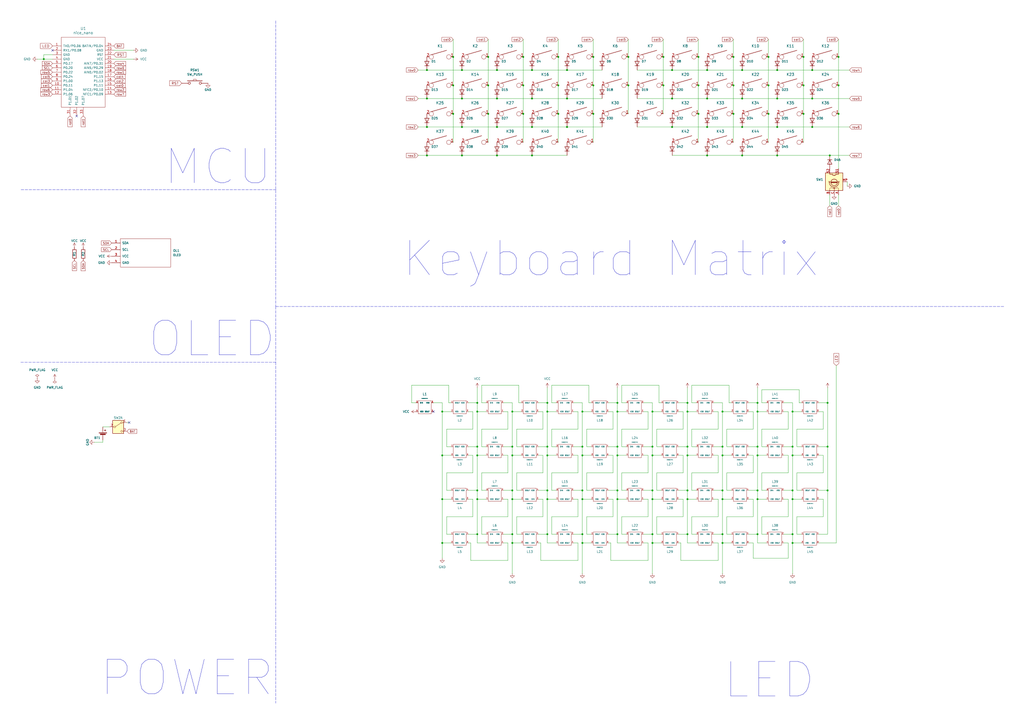
<source format=kicad_sch>
(kicad_sch (version 20250114) (generator "eeschema") (generator_version "9.0")
  (paper "A2")
  (title_block (title "td!40") (rev "v1") (comment 1 "Author: NLTD2010"))
  (text "LED" (at 446.278 394.716 0) (effects (font (size 20 20))))
  (text "MCU" (at 126.492 97.028 0) (effects (font (size 20 20))))
  (text "OLED" (at 122.936 196.85 0) (effects (font (size 20 20))))
  (text "POWER" (at 108.458 393.446 0) (effects (font (size 20 20))))
  (text "Keyboard Matrix" (exclude_from_sim yes) (at 354.33 150.368 0) (effects (font (size 20 20))))
  (junction (at 317.5 284.48))
  (junction (at 364.49 33.02) (diameter 0.9144))
  (junction (at 344.17 66.04) (diameter 0.9144))
  (junction (at 439.42 259.08))
  (junction (at 364.49 49.53) (diameter 0.9144))
  (junction (at 262.89 49.53) (diameter 0.9144))
  (junction (at 358.14 238.76))
  (junction (at 398.78 309.88))
  (junction (at 297.18 309.88))
  (junction (at 256.54 264.16))
  (junction (at 303.53 66.04) (diameter 0.9144))
  (junction (at 398.78 284.48))
  (junction (at 459.74 259.08))
  (junction (at 276.86 264.16))
  (junction (at 439.42 238.76))
  (junction (at 323.85 33.02) (diameter 0.9144))
  (junction (at 317.5 259.08))
  (junction (at 445.77 33.02) (diameter 0.9144))
  (junction (at 358.14 309.88))
  (junction (at 430.53 40.64) (diameter 0.9144))
  (junction (at 389.89 57.15) (diameter 0.9144))
  (junction (at 459.74 289.56))
  (junction (at 303.53 33.02) (diameter 0.9144))
  (junction (at 398.78 289.56))
  (junction (at 398.78 259.08))
  (junction (at 328.93 40.64) (diameter 0.9144))
  (junction (at 317.5 238.76))
  (junction (at 384.81 49.53) (diameter 0.9144))
  (junction (at 384.81 33.02) (diameter 0.9144))
  (junction (at 283.21 49.53) (diameter 0.9144))
  (junction (at 297.18 284.48))
  (junction (at 389.89 73.66) (diameter 0.9144))
  (junction (at 288.29 73.66) (diameter 0.9144))
  (junction (at 410.21 40.64) (diameter 0.9144))
  (junction (at 410.21 73.66) (diameter 0.9144))
  (junction (at 297.18 238.76))
  (junction (at 378.46 259.08))
  (junction (at 297.18 289.56))
  (junction (at 308.61 73.66) (diameter 0.9144))
  (junction (at 256.54 289.56))
  (junction (at 445.77 66.04) (diameter 0.9144))
  (junction (at 262.89 66.04) (diameter 0.9144))
  (junction (at 247.65 57.15) (diameter 0.9144))
  (junction (at 471.17 57.15) (diameter 0.9144))
  (junction (at 486.41 49.53) (diameter 0.9144))
  (junction (at 317.5 289.56))
  (junction (at 267.97 40.64) (diameter 0.9144))
  (junction (at 337.82 284.48))
  (junction (at 276.86 233.68))
  (junction (at 480.06 259.08))
  (junction (at 308.61 57.15) (diameter 0.9144))
  (junction (at 267.97 57.15) (diameter 0.9144))
  (junction (at 378.46 238.76))
  (junction (at 486.41 33.02) (diameter 0.9144))
  (junction (at 247.65 90.17) (diameter 0.9144))
  (junction (at 328.93 73.66) (diameter 0.9144))
  (junction (at 276.86 309.88))
  (junction (at 398.78 233.68))
  (junction (at 425.45 66.04) (diameter 0.9144))
  (junction (at 410.21 90.17) (diameter 0.9144))
  (junction (at 358.14 284.48))
  (junction (at 439.42 284.48))
  (junction (at 471.17 40.64) (diameter 0.9144))
  (junction (at 419.1 314.96))
  (junction (at 283.21 66.04) (diameter 0.9144))
  (junction (at 378.46 309.88))
  (junction (at 430.53 57.15) (diameter 0.9144))
  (junction (at 398.78 264.16))
  (junction (at 344.17 33.02) (diameter 0.9144))
  (junction (at 480.06 233.68))
  (junction (at 419.1 238.76))
  (junction (at 288.29 90.17) (diameter 0.9144))
  (junction (at 308.61 90.17) (diameter 0.9144))
  (junction (at 471.17 73.66) (diameter 0.9144))
  (junction (at 466.09 33.02) (diameter 0.9144))
  (junction (at 378.46 284.48))
  (junction (at 323.85 49.53) (diameter 0.9144))
  (junction (at 283.21 33.02) (diameter 0.9144))
  (junction (at 308.61 40.64) (diameter 0.9144))
  (junction (at 405.13 33.02) (diameter 0.9144))
  (junction (at 276.86 259.08))
  (junction (at 288.29 57.15) (diameter 0.9144))
  (junction (at 288.29 40.64) (diameter 0.9144))
  (junction (at 276.86 289.56))
  (junction (at 358.14 259.08))
  (junction (at 378.46 314.96))
  (junction (at 410.21 57.15) (diameter 0.9144))
  (junction (at 450.85 57.15) (diameter 0.9144))
  (junction (at 439.42 233.68))
  (junction (at 389.89 40.64) (diameter 0.9144))
  (junction (at 450.85 40.64) (diameter 0.9144))
  (junction (at 481.33 90.17))
  (junction (at 276.86 238.76))
  (junction (at 323.85 66.04) (diameter 0.9144))
  (junction (at 358.14 289.56))
  (junction (at 425.45 33.02) (diameter 0.9144))
  (junction (at 486.41 66.04))
  (junction (at 303.53 49.53) (diameter 0.9144))
  (junction (at 419.1 309.88))
  (junction (at 344.17 49.53) (diameter 0.9144))
  (junction (at 256.54 314.96))
  (junction (at 419.1 259.08))
  (junction (at 337.82 259.08))
  (junction (at 25.4 34.29))
  (junction (at 337.82 314.96))
  (junction (at 358.14 233.68))
  (junction (at 247.65 40.64) (diameter 0.9144))
  (junction (at 419.1 289.56))
  (junction (at 297.18 264.16))
  (junction (at 358.14 264.16))
  (junction (at 439.42 289.56))
  (junction (at 297.18 314.96))
  (junction (at 317.5 264.16))
  (junction (at 317.5 233.68))
  (junction (at 445.77 49.53) (diameter 0.9144))
  (junction (at 459.74 238.76))
  (junction (at 337.82 264.16))
  (junction (at 439.42 264.16))
  (junction (at 337.82 309.88))
  (junction (at 328.93 57.15) (diameter 0.9144))
  (junction (at 337.82 238.76))
  (junction (at 480.06 284.48))
  (junction (at 466.09 49.53) (diameter 0.9144))
  (junction (at 378.46 289.56))
  (junction (at 337.82 289.56))
  (junction (at 419.1 284.48))
  (junction (at 398.78 238.76))
  (junction (at 267.97 90.17) (diameter 0.9144))
  (junction (at 267.97 73.66) (diameter 0.9144))
  (junction (at 405.13 49.53) (diameter 0.9144))
  (junction (at 439.42 309.88))
  (junction (at 378.46 264.16))
  (junction (at 459.74 314.96))
  (junction (at 459.74 309.88))
  (junction (at 425.45 49.53) (diameter 0.9144))
  (junction (at 276.86 284.48))
  (junction (at 419.1 264.16))
  (junction (at 405.13 66.04) (diameter 0.9144))
  (junction (at 430.53 90.17) (diameter 0.9144))
  (junction (at 297.18 259.08))
  (junction (at 450.85 73.66) (diameter 0.9144))
  (junction (at 430.53 73.66) (diameter 0.9144))
  (junction (at 450.85 90.17) (diameter 0.9144))
  (junction (at 256.54 238.76))
  (junction (at 459.74 264.16))
  (junction (at 247.65 73.66) (diameter 0.9144))
  (junction (at 262.89 33.02) (diameter 0.9144))
  (junction (at 466.09 66.04) (diameter 0.9144))
  (junction (at 459.74 284.48))
  (junction (at 317.5 309.88))
  (no_connect (at 44.45 67.31))
  (no_connect (at 251.46 238.76))
  (no_connect (at 74.93 245.11))
  (no_connect (at 30.48 29.21))
  (wire (pts (xy 480.06 233.68) (xy 480.06 259.08)))
  (wire (pts (xy 259.08 274.32) (xy 259.08 284.48)))
  (wire (pts (xy 279.4 309.88) (xy 281.94 309.88)))
  (wire (pts (xy 384.81 22.86) (xy 384.81 33.02)))
  (wire (pts (xy 421.64 259.08) (xy 424.18 259.08)))
  (wire (pts (xy 396.24 289.56) (xy 396.24 299.72)))
  (wire (pts (xy 373.38 238.76) (xy 375.92 238.76)))
  (wire (pts (xy 444.5 314.96) (xy 439.42 314.96)))
  (wire (pts (xy 450.85 90.17) (xy 481.33 90.17)))
  (wire (pts (xy 332.74 284.48) (xy 337.82 284.48)))
  (wire (pts (xy 430.53 40.64) (xy 450.85 40.64)))
  (wire (pts (xy 419.1 309.88) (xy 419.1 314.96)))
  (wire (pts (xy 414.02 284.48) (xy 419.1 284.48)))
  (wire (pts (xy 297.18 284.48) (xy 297.18 289.56)))
  (wire (pts (xy 393.7 289.56) (xy 396.24 289.56)))
  (wire (pts (xy 276.86 264.16) (xy 281.94 264.16)))
  (wire (pts (xy 375.92 238.76) (xy 375.92 248.92)))
  (wire (pts (xy 463.55 233.68) (xy 464.82 233.68)))
  (wire (pts (xy 340.36 299.72) (xy 340.36 309.88)))
  (wire (pts (xy 434.34 309.88) (xy 439.42 309.88)))
  (wire (pts (xy 360.68 309.88) (xy 363.22 309.88)))
  (wire (pts (xy 337.82 309.88) (xy 337.82 314.96)))
  (wire (pts (xy 414.02 233.68) (xy 419.1 233.68)))
  (wire (pts (xy 369.57 57.15) (xy 389.89 57.15)))
  (wire (pts (xy 337.82 264.16) (xy 337.82 284.48)))
  (wire (pts (xy 422.91 223.52) (xy 401.32 223.52)))
  (wire (pts (xy 419.1 284.48) (xy 419.1 289.56)))
  (wire (pts (xy 242.57 40.64) (xy 247.65 40.64)))
  (wire (pts (xy 279.4 299.72) (xy 279.4 309.88)))
  (wire (pts (xy 256.54 264.16) (xy 256.54 289.56)))
  (wire (pts (xy 337.82 314.96) (xy 337.82 332.74)))
  (wire (pts (xy 486.41 49.53) (xy 486.41 66.04)))
  (wire (pts (xy 358.14 259.08) (xy 358.14 264.16)))
  (wire (pts (xy 450.85 40.64) (xy 471.17 40.64)))
  (wire (pts (xy 401.32 274.32) (xy 401.32 284.48)))
  (wire (pts (xy 381 259.08) (xy 383.54 259.08)))
  (wire (pts (xy 481.33 90.17) (xy 492.76 90.17)))
  (wire (pts (xy 398.78 314.96) (xy 398.78 309.88)))
  (wire (pts (xy 477.52 299.72) (xy 462.28 299.72)))
  (wire (pts (xy 441.96 233.68) (xy 441.96 226.06)))
  (wire (pts (xy 312.42 264.16) (xy 314.96 264.16)))
  (wire (pts (xy 242.57 73.66) (xy 247.65 73.66)))
  (wire (pts (xy 332.74 238.76) (xy 335.28 238.76)))
  (wire (pts (xy 299.72 299.72) (xy 299.72 309.88)))
  (wire (pts (xy 459.74 238.76) (xy 459.74 259.08)))
  (wire (pts (xy 441.96 299.72) (xy 441.96 309.88)))
  (wire (pts (xy 344.17 22.86) (xy 344.17 33.02)))
  (wire (pts (xy 314.96 299.72) (xy 299.72 299.72)))
  (wire (pts (xy 261.62 289.56) (xy 256.54 289.56)))
  (wire (pts (xy 360.68 233.68) (xy 363.22 233.68)))
  (wire (pts (xy 403.86 314.96) (xy 398.78 314.96)))
  (wire (pts (xy 486.41 66.04) (xy 486.41 97.79)))
  (wire (pts (xy 419.1 233.68) (xy 419.1 238.76)))
  (wire (pts (xy 312.42 284.48) (xy 317.5 284.48)))
  (wire (pts (xy 421.64 309.88) (xy 424.18 309.88)))
  (wire (pts (xy 337.82 264.16) (xy 342.9 264.16)))
  (wire (pts (xy 314.96 264.16) (xy 314.96 274.32)))
  (wire (pts (xy 274.32 289.56) (xy 274.32 299.72)))
  (wire (pts (xy 353.06 289.56) (xy 355.6 289.56)))
  (wire (pts (xy 317.5 289.56) (xy 322.58 289.56)))
  (wire (pts (xy 274.32 299.72) (xy 259.08 299.72)))
  (wire (pts (xy 419.1 314.96) (xy 419.1 332.74)))
  (wire (pts (xy 441.96 309.88) (xy 444.5 309.88)))
  (wire (pts (xy 303.53 33.02) (xy 303.53 49.53)))
  (wire (pts (xy 337.82 238.76) (xy 342.9 238.76)))
  (wire (pts (xy 313.69 314.96) (xy 313.69 325.12)))
  (wire (pts (xy 337.82 238.76) (xy 337.82 259.08)))
  (wire (pts (xy 271.78 309.88) (xy 276.86 309.88)))
  (wire (pts (xy 274.32 264.16) (xy 274.32 274.32)))
  (wire (pts (xy 297.18 259.08) (xy 297.18 264.16)))
  (wire (pts (xy 353.06 264.16) (xy 355.6 264.16)))
  (wire (pts (xy 299.72 284.48) (xy 302.26 284.48)))
  (wire (pts (xy 441.96 259.08) (xy 444.5 259.08)))
  (wire (pts (xy 474.98 314.96) (xy 485.14 314.96)))
  (wire (pts (xy 302.26 314.96) (xy 297.18 314.96)))
  (wire (pts (xy 312.42 289.56) (xy 314.96 289.56)))
  (wire (pts (xy 396.24 238.76) (xy 396.24 248.92)))
  (wire (pts (xy 436.88 264.16) (xy 436.88 274.32)))
  (wire (pts (xy 471.17 40.64) (xy 492.76 40.64)))
  (wire (pts (xy 425.45 33.02) (xy 425.45 49.53)))
  (wire (pts (xy 335.28 264.16) (xy 335.28 274.32)))
  (wire (pts (xy 421.64 274.32) (xy 421.64 284.48)))
  (wire (pts (xy 474.98 238.76) (xy 477.52 238.76)))
  (wire (pts (xy 314.96 238.76) (xy 314.96 248.92)))
  (wire (pts (xy 462.28 274.32) (xy 462.28 284.48)))
  (wire (pts (xy 320.04 284.48) (xy 322.58 284.48)))
  (wire (pts (xy 434.34 289.56) (xy 436.88 289.56)))
  (wire (pts (xy 381 248.92) (xy 381 259.08)))
  (wire (pts (xy 344.17 66.04) (xy 344.17 82.55)))
  (wire (pts (xy 486.41 113.03) (xy 486.41 119.38)))
  (wire (pts (xy 454.66 264.16) (xy 457.2 264.16)))
  (wire (pts (xy 360.68 299.72) (xy 360.68 309.88)))
  (wire (pts (xy 457.2 314.96) (xy 457.2 323.85)))
  (wire (pts (xy 273.05 314.96) (xy 273.05 325.12)))
  (wire (pts (xy 337.82 284.48) (xy 337.82 289.56)))
  (wire (pts (xy 314.96 274.32) (xy 299.72 274.32)))
  (wire (pts (xy 360.68 284.48) (xy 363.22 284.48)))
  (wire (pts (xy 297.18 289.56) (xy 302.26 289.56)))
  (wire (pts (xy 398.78 233.68) (xy 398.78 238.76)))
  (wire (pts (xy 405.13 33.02) (xy 405.13 49.53)))
  (wire (pts (xy 373.38 284.48) (xy 378.46 284.48)))
  (wire (pts (xy 353.06 309.88) (xy 358.14 309.88)))
  (wire (pts (xy 430.53 73.66) (xy 450.85 73.66)))
  (wire (pts (xy 262.89 66.04) (xy 262.89 82.55)))
  (wire (pts (xy 276.86 233.68) (xy 276.86 238.76)))
  (wire (pts (xy 332.74 259.08) (xy 337.82 259.08)))
  (wire (pts (xy 425.45 66.04) (xy 425.45 82.55)))
  (wire (pts (xy 317.5 309.88) (xy 317.5 314.96)))
  (wire (pts (xy 430.53 57.15) (xy 450.85 57.15)))
  (wire (pts (xy 299.72 274.32) (xy 299.72 284.48)))
  (wire (pts (xy 414.02 238.76) (xy 416.56 238.76)))
  (wire (pts (xy 439.42 314.96) (xy 439.42 309.88)))
  (wire (pts (xy 401.32 259.08) (xy 403.86 259.08)))
  (wire (pts (xy 328.93 73.66) (xy 349.25 73.66)))
  (wire (pts (xy 471.17 57.15) (xy 492.76 57.15)))
  (wire (pts (xy 459.74 314.96) (xy 459.74 332.74)))
  (wire (pts (xy 410.21 90.17) (xy 430.53 90.17)))
  (wire (pts (xy 378.46 309.88) (xy 378.46 314.96)))
  (wire (pts (xy 416.56 264.16) (xy 416.56 274.32)))
  (wire (pts (xy 317.5 233.68) (xy 317.5 238.76)))
  (wire (pts (xy 425.45 22.86) (xy 425.45 33.02)))
  (wire (pts (xy 358.14 238.76) (xy 363.22 238.76)))
  (wire (pts (xy 292.1 264.16) (xy 294.64 264.16)))
  (wire (pts (xy 353.06 238.76) (xy 355.6 238.76)))
  (wire (pts (xy 375.92 274.32) (xy 360.68 274.32)))
  (wire (pts (xy 439.42 284.48) (xy 439.42 289.56)))
  (wire (pts (xy 358.14 289.56) (xy 363.22 289.56)))
  (wire (pts (xy 419.1 289.56) (xy 419.1 309.88)))
  (wire (pts (xy 247.65 90.17) (xy 267.97 90.17)))
  (wire (pts (xy 279.4 233.68) (xy 281.94 233.68)))
  (wire (pts (xy 486.41 22.86) (xy 486.41 33.02)))
  (wire (pts (xy 340.36 284.48) (xy 342.9 284.48)))
  (wire (pts (xy 317.5 284.48) (xy 317.5 289.56)))
  (wire (pts (xy 317.5 238.76) (xy 322.58 238.76)))
  (wire (pts (xy 332.74 289.56) (xy 335.28 289.56)))
  (wire (pts (xy 303.53 66.04) (xy 303.53 82.55)))
  (wire (pts (xy 294.64 274.32) (xy 279.4 274.32)))
  (wire (pts (xy 378.46 284.48) (xy 378.46 289.56)))
  (wire (pts (xy 297.18 314.96) (xy 297.18 332.74)))
  (wire (pts (xy 360.68 259.08) (xy 363.22 259.08)))
  (wire (pts (xy 279.4 223.52) (xy 279.4 233.68)))
  (polyline (pts (xy 160.02 210.058) (xy 160.02 407.924)) (stroke (width 0) (type dash)))
  (wire (pts (xy 416.56 248.92) (xy 401.32 248.92)))
  (wire (pts (xy 383.54 233.68) (xy 382.27 233.68)))
  (wire (pts (xy 485.14 212.09) (xy 485.14 314.96)))
  (wire (pts (xy 292.1 289.56) (xy 294.64 289.56)))
  (wire (pts (xy 328.93 57.15) (xy 349.25 57.15)))
  (wire (pts (xy 294.64 248.92) (xy 279.4 248.92)))
  (wire (pts (xy 267.97 40.64) (xy 288.29 40.64)))
  (wire (pts (xy 466.09 22.86) (xy 466.09 33.02)))
  (wire (pts (xy 441.96 233.68) (xy 444.5 233.68)))
  (wire (pts (xy 276.86 224.79) (xy 276.86 233.68)))
  (wire (pts (xy 271.78 284.48) (xy 276.86 284.48)))
  (wire (pts (xy 480.06 259.08) (xy 480.06 284.48)))
  (wire (pts (xy 422.91 233.68) (xy 422.91 223.52)))
  (wire (pts (xy 419.1 264.16) (xy 419.1 284.48)))
  (wire (pts (xy 283.21 33.02) (xy 283.21 49.53)))
  (wire (pts (xy 358.14 289.56) (xy 358.14 309.88)))
  (wire (pts (xy 364.49 49.53) (xy 364.49 66.04)))
  (wire (pts (xy 459.74 238.76) (xy 464.82 238.76)))
  (wire (pts (xy 419.1 264.16) (xy 424.18 264.16)))
  (wire (pts (xy 25.4 31.75) (xy 25.4 34.29)))
  (wire (pts (xy 353.06 259.08) (xy 358.14 259.08)))
  (wire (pts (xy 457.2 274.32) (xy 441.96 274.32)))
  (wire (pts (xy 439.42 233.68) (xy 439.42 238.76)))
  (wire (pts (xy 308.61 90.17) (xy 328.93 90.17)))
  (wire (pts (xy 308.61 57.15) (xy 328.93 57.15)))
  (wire (pts (xy 297.18 264.16) (xy 302.26 264.16)))
  (wire (pts (xy 271.78 289.56) (xy 274.32 289.56)))
  (wire (pts (xy 486.41 33.02) (xy 486.41 49.53)))
  (wire (pts (xy 369.57 73.66) (xy 389.89 73.66)))
  (wire (pts (xy 462.28 309.88) (xy 464.82 309.88)))
  (wire (pts (xy 398.78 224.79) (xy 398.78 233.68)))
  (wire (pts (xy 276.86 289.56) (xy 281.94 289.56)))
  (wire (pts (xy 454.66 284.48) (xy 459.74 284.48)))
  (wire (pts (xy 256.54 323.85) (xy 256.54 314.96)))
  (wire (pts (xy 340.36 259.08) (xy 342.9 259.08)))
  (wire (pts (xy 317.5 224.79) (xy 317.5 233.68)))
  (wire (pts (xy 299.72 248.92) (xy 299.72 259.08)))
  (wire (pts (xy 294.64 325.12) (xy 294.64 314.96)))
  (wire (pts (xy 439.42 238.76) (xy 444.5 238.76)))
  (wire (pts (xy 398.78 264.16) (xy 398.78 284.48)))
  (wire (pts (xy 459.74 264.16) (xy 459.74 284.48)))
  (wire (pts (xy 393.7 264.16) (xy 396.24 264.16)))
  (wire (pts (xy 474.98 289.56) (xy 477.52 289.56)))
  (wire (pts (xy 405.13 49.53) (xy 405.13 66.04)))
  (wire (pts (xy 360.68 274.32) (xy 360.68 284.48)))
  (wire (pts (xy 242.57 57.15) (xy 247.65 57.15)))
  (wire (pts (xy 259.08 248.92) (xy 259.08 259.08)))
  (wire (pts (xy 398.78 233.68) (xy 393.7 233.68)))
  (wire (pts (xy 416.56 325.12) (xy 416.56 314.96)))
  (wire (pts (xy 259.08 309.88) (xy 261.62 309.88)))
  (wire (pts (xy 450.85 73.66) (xy 471.17 73.66)))
  (wire (pts (xy 261.62 233.68) (xy 260.35 233.68)))
  (wire (pts (xy 274.32 274.32) (xy 259.08 274.32)))
  (wire (pts (xy 389.89 40.64) (xy 410.21 40.64)))
  (wire (pts (xy 256.54 233.68) (xy 256.54 238.76)))
  (wire (pts (xy 459.74 264.16) (xy 464.82 264.16)))
  (wire (pts (xy 292.1 284.48) (xy 297.18 284.48)))
  (wire (pts (xy 466.09 49.53) (xy 466.09 66.04)))
  (wire (pts (xy 459.74 284.48) (xy 459.74 289.56)))
  (wire (pts (xy 480.06 224.79) (xy 480.06 233.68)))
  (wire (pts (xy 54.61 256.54) (xy 59.69 256.54)))
  (wire (pts (xy 335.28 289.56) (xy 335.28 299.72)))
  (wire (pts (xy 297.18 309.88) (xy 297.18 314.96)))
  (wire (pts (xy 256.54 238.76) (xy 256.54 264.16)))
  (wire (pts (xy 267.97 57.15) (xy 288.29 57.15)))
  (wire (pts (xy 393.7 309.88) (xy 398.78 309.88)))
  (wire (pts (xy 276.86 259.08) (xy 276.86 264.16)))
  (wire (pts (xy 425.45 49.53) (xy 425.45 66.04)))
  (wire (pts (xy 454.66 238.76) (xy 457.2 238.76)))
  (wire (pts (xy 445.77 66.04) (xy 445.77 82.55)))
  (wire (pts (xy 439.42 289.56) (xy 439.42 309.88)))
  (wire (pts (xy 378.46 289.56) (xy 383.54 289.56)))
  (wire (pts (xy 410.21 73.66) (xy 430.53 73.66)))
  (wire (pts (xy 320.04 233.68) (xy 322.58 233.68)))
  (wire (pts (xy 262.89 33.02) (xy 262.89 49.53)))
  (wire (pts (xy 337.82 314.96) (xy 342.9 314.96)))
  (wire (pts (xy 323.85 49.53) (xy 323.85 66.04)))
  (wire (pts (xy 477.52 248.92) (xy 462.28 248.92)))
  (wire (pts (xy 419.1 238.76) (xy 424.18 238.76)))
  (wire (pts (xy 335.28 299.72) (xy 320.04 299.72)))
  (wire (pts (xy 300.99 233.68) (xy 300.99 223.52)))
  (wire (pts (xy 434.34 264.16) (xy 436.88 264.16)))
  (wire (pts (xy 416.56 274.32) (xy 401.32 274.32)))
  (wire (pts (xy 364.49 33.02) (xy 364.49 49.53)))
  (wire (pts (xy 259.08 259.08) (xy 261.62 259.08)))
  (polyline (pts (xy 160.02 12.065) (xy 160.02 177.8)) (stroke (width 0) (type dash)))
  (wire (pts (xy 360.68 223.52) (xy 360.68 233.68)))
  (wire (pts (xy 358.14 233.68) (xy 353.06 233.68)))
  (wire (pts (xy 353.06 314.96) (xy 354.33 314.96)))
  (wire (pts (xy 328.93 40.64) (xy 349.25 40.64)))
  (wire (pts (xy 332.74 264.16) (xy 335.28 264.16)))
  (wire (pts (xy 308.61 40.64) (xy 328.93 40.64)))
  (wire (pts (xy 337.82 289.56) (xy 342.9 289.56)))
  (wire (pts (xy 445.77 49.53) (xy 445.77 66.04)))
  (wire (pts (xy 238.76 233.68) (xy 241.3 233.68)))
  (wire (pts (xy 314.96 289.56) (xy 314.96 299.72)))
  (wire (pts (xy 393.7 314.96) (xy 394.97 314.96)))
  (wire (pts (xy 401.32 223.52) (xy 401.32 233.68)))
  (wire (pts (xy 317.5 264.16) (xy 317.5 284.48)))
  (wire (pts (xy 276.86 264.16) (xy 276.86 284.48)))
  (wire (pts (xy 439.42 233.68) (xy 434.34 233.68)))
  (wire (pts (xy 378.46 314.96) (xy 383.54 314.96)))
  (wire (pts (xy 405.13 66.04) (xy 405.13 82.55)))
  (wire (pts (xy 262.89 22.86) (xy 262.89 33.02)))
  (wire (pts (xy 335.28 314.96) (xy 332.74 314.96)))
  (wire (pts (xy 480.06 233.68) (xy 474.98 233.68)))
  (wire (pts (xy 405.13 22.86) (xy 405.13 33.02)))
  (wire (pts (xy 378.46 233.68) (xy 378.46 238.76)))
  (wire (pts (xy 288.29 40.64) (xy 308.61 40.64)))
  (wire (pts (xy 355.6 248.92) (xy 340.36 248.92)))
  (wire (pts (xy 462.28 299.72) (xy 462.28 309.88)))
  (wire (pts (xy 355.6 289.56) (xy 355.6 299.72)))
  (wire (pts (xy 281.94 314.96) (xy 276.86 314.96)))
  (wire (pts (xy 303.53 49.53) (xy 303.53 66.04)))
  (wire (pts (xy 421.64 284.48) (xy 424.18 284.48)))
  (wire (pts (xy 355.6 299.72) (xy 340.36 299.72)))
  (wire (pts (xy 340.36 274.32) (xy 340.36 284.48)))
  (wire (pts (xy 363.22 314.96) (xy 358.14 314.96)))
  (wire (pts (xy 430.53 90.17) (xy 450.85 90.17)))
  (wire (pts (xy 396.24 274.32) (xy 381 274.32)))
  (wire (pts (xy 317.5 233.68) (xy 312.42 233.68)))
  (wire (pts (xy 358.14 264.16) (xy 363.22 264.16)))
  (wire (pts (xy 436.88 314.96) (xy 434.34 314.96)))
  (wire (pts (xy 396.24 248.92) (xy 381 248.92)))
  (wire (pts (xy 297.18 264.16) (xy 297.18 284.48)))
  (wire (pts (xy 300.99 223.52) (xy 279.4 223.52)))
  (wire (pts (xy 459.74 314.96) (xy 464.82 314.96)))
  (wire (pts (xy 480.06 284.48) (xy 480.06 309.88)))
  (wire (pts (xy 369.57 40.64) (xy 389.89 40.64)))
  (wire (pts (xy 358.14 314.96) (xy 358.14 309.88)))
  (wire (pts (xy 302.26 233.68) (xy 300.99 233.68)))
  (wire (pts (xy 261.62 264.16) (xy 256.54 264.16)))
  (wire (pts (xy 462.28 284.48) (xy 464.82 284.48)))
  (wire (pts (xy 436.88 289.56) (xy 436.88 299.72)))
  (wire (pts (xy 457.2 323.85) (xy 436.88 323.85)))
  (wire (pts (xy 375.92 325.12) (xy 375.92 314.96)))
  (wire (pts (xy 439.42 259.08) (xy 439.42 264.16)))
  (wire (pts (xy 381 309.88) (xy 383.54 309.88)))
  (wire (pts (xy 454.66 259.08) (xy 459.74 259.08)))
  (wire (pts (xy 256.54 314.96) (xy 261.62 314.96)))
  (wire (pts (xy 355.6 274.32) (xy 340.36 274.32)))
  (wire (pts (xy 401.32 299.72) (xy 401.32 309.88)))
  (wire (pts (xy 381 274.32) (xy 381 284.48)))
  (wire (pts (xy 394.97 325.12) (xy 416.56 325.12)))
  (wire (pts (xy 436.88 299.72) (xy 421.64 299.72)))
  (wire (pts (xy 323.85 22.86) (xy 323.85 33.02)))
  (wire (pts (xy 247.65 73.66) (xy 267.97 73.66)))
  (wire (pts (xy 276.86 233.68) (xy 271.78 233.68)))
  (wire (pts (xy 416.56 289.56) (xy 416.56 299.72)))
  (wire (pts (xy 294.64 299.72) (xy 279.4 299.72)))
  (wire (pts (xy 466.09 66.04) (xy 466.09 82.55)))
  (wire (pts (xy 59.69 247.65) (xy 63.5 247.65)))
  (wire (pts (xy 279.4 259.08) (xy 281.94 259.08)))
  (wire (pts (xy 382.27 223.52) (xy 360.68 223.52)))
  (wire (pts (xy 355.6 238.76) (xy 355.6 248.92)))
  (wire (pts (xy 271.78 314.96) (xy 273.05 314.96)))
  (wire (pts (xy 341.63 223.52) (xy 320.04 223.52)))
  (wire (pts (xy 276.86 238.76) (xy 281.94 238.76)))
  (wire (pts (xy 457.2 238.76) (xy 457.2 248.92)))
  (wire (pts (xy 378.46 238.76) (xy 383.54 238.76)))
  (wire (pts (xy 439.42 264.16) (xy 439.42 284.48)))
  (wire (pts (xy 358.14 264.16) (xy 358.14 284.48)))
  (wire (pts (xy 259.08 284.48) (xy 261.62 284.48)))
  (wire (pts (xy 297.18 289.56) (xy 297.18 309.88)))
  (wire (pts (xy 292.1 238.76) (xy 294.64 238.76)))
  (wire (pts (xy 436.88 274.32) (xy 421.64 274.32)))
  (wire (pts (xy 355.6 264.16) (xy 355.6 274.32)))
  (wire (pts (xy 59.69 256.54) (xy 59.69 255.27)))
  (wire (pts (xy 441.96 284.48) (xy 444.5 284.48)))
  (wire (pts (xy 294.64 289.56) (xy 294.64 299.72)))
  (wire (pts (xy 459.74 289.56) (xy 464.82 289.56)))
  (wire (pts (xy 288.29 57.15) (xy 308.61 57.15)))
  (wire (pts (xy 401.32 248.92) (xy 401.32 259.08)))
  (wire (pts (xy 375.92 314.96) (xy 373.38 314.96)))
  (wire (pts (xy 373.38 259.08) (xy 378.46 259.08)))
  (wire (pts (xy 459.74 233.68) (xy 459.74 238.76)))
  (wire (pts (xy 436.88 238.76) (xy 436.88 248.92)))
  (wire (pts (xy 459.74 309.88) (xy 459.74 314.96)))
  (wire (pts (xy 276.86 284.48) (xy 276.86 289.56)))
  (wire (pts (xy 312.42 238.76) (xy 314.96 238.76)))
  (polyline (pts (xy 12.192 109.982) (xy 160.274 109.982)) (stroke (width 0) (type dash)))
  (wire (pts (xy 303.53 22.86) (xy 303.53 33.02)))
  (wire (pts (xy 416.56 314.96) (xy 414.02 314.96)))
  (wire (pts (xy 398.78 238.76) (xy 403.86 238.76)))
  (wire (pts (xy 247.65 40.64) (xy 267.97 40.64)))
  (polyline (pts (xy 160.02 177.8) (xy 582.295 177.8)) (stroke (width 0) (type dash)))
  (wire (pts (xy 344.17 49.53) (xy 344.17 66.04)))
  (wire (pts (xy 332.74 309.88) (xy 337.82 309.88)))
  (wire (pts (xy 466.09 33.02) (xy 466.09 49.53)))
  (wire (pts (xy 382.27 233.68) (xy 382.27 223.52)))
  (wire (pts (xy 421.64 248.92) (xy 421.64 259.08)))
  (wire (pts (xy 337.82 233.68) (xy 337.82 238.76)))
  (wire (pts (xy 299.72 309.88) (xy 302.26 309.88)))
  (wire (pts (xy 360.68 248.92) (xy 360.68 259.08)))
  (wire (pts (xy 279.4 274.32) (xy 279.4 284.48)))
  (wire (pts (xy 471.17 73.66) (xy 492.76 73.66)))
  (wire (pts (xy 454.66 314.96) (xy 457.2 314.96)))
  (wire (pts (xy 271.78 264.16) (xy 274.32 264.16)))
  (wire (pts (xy 358.14 224.79) (xy 358.14 233.68)))
  (wire (pts (xy 477.52 238.76) (xy 477.52 248.92)))
  (wire (pts (xy 271.78 238.76) (xy 274.32 238.76)))
  (wire (pts (xy 283.21 22.86) (xy 283.21 33.02)))
  (wire (pts (xy 30.48 31.75) (xy 25.4 31.75)))
  (wire (pts (xy 393.7 238.76) (xy 396.24 238.76)))
  (wire (pts (xy 457.2 299.72) (xy 441.96 299.72)))
  (wire (pts (xy 421.64 299.72) (xy 421.64 309.88)))
  (wire (pts (xy 398.78 259.08) (xy 398.78 264.16)))
  (wire (pts (xy 312.42 314.96) (xy 313.69 314.96)))
  (wire (pts (xy 378.46 264.16) (xy 383.54 264.16)))
  (wire (pts (xy 441.96 248.92) (xy 441.96 259.08)))
  (wire (pts (xy 294.64 314.96) (xy 292.1 314.96)))
  (wire (pts (xy 381 284.48) (xy 383.54 284.48)))
  (wire (pts (xy 419.1 238.76) (xy 419.1 259.08)))
  (wire (pts (xy 454.66 233.68) (xy 459.74 233.68)))
  (wire (pts (xy 251.46 233.68) (xy 256.54 233.68)))
  (wire (pts (xy 439.42 289.56) (xy 444.5 289.56)))
  (wire (pts (xy 450.85 57.15) (xy 471.17 57.15)))
  (wire (pts (xy 439.42 224.79) (xy 439.42 233.68)))
  (wire (pts (xy 279.4 284.48) (xy 281.94 284.48)))
  (wire (pts (xy 299.72 259.08) (xy 302.26 259.08)))
  (wire (pts (xy 312.42 309.88) (xy 317.5 309.88)))
  (wire (pts (xy 274.32 238.76) (xy 274.32 248.92)))
  (wire (pts (xy 320.04 259.08) (xy 322.58 259.08)))
  (wire (pts (xy 313.69 325.12) (xy 335.28 325.12)))
  (wire (pts (xy 457.2 289.56) (xy 457.2 299.72)))
  (wire (pts (xy 477.52 264.16) (xy 477.52 274.32)))
  (wire (pts (xy 297.18 238.76) (xy 302.26 238.76)))
  (wire (pts (xy 462.28 248.92) (xy 462.28 259.08)))
  (wire (pts (xy 66.04 29.21) (xy 77.47 29.21)))
  (wire (pts (xy 393.7 259.08) (xy 398.78 259.08)))
  (wire (pts (xy 441.96 226.06) (xy 463.55 226.06)))
  (wire (pts (xy 398.78 238.76) (xy 398.78 259.08)))
  (wire (pts (xy 276.86 289.56) (xy 276.86 309.88)))
  (wire (pts (xy 454.66 289.56) (xy 457.2 289.56)))
  (wire (pts (xy 389.89 90.17) (xy 410.21 90.17)))
  (wire (pts (xy 457.2 248.92) (xy 441.96 248.92)))
  (wire (pts (xy 344.17 33.02) (xy 344.17 49.53)))
  (wire (pts (xy 459.74 289.56) (xy 459.74 309.88)))
  (wire (pts (xy 25.4 34.29) (xy 30.48 34.29)))
  (wire (pts (xy 317.5 264.16) (xy 322.58 264.16)))
  (wire (pts (xy 434.34 284.48) (xy 439.42 284.48)))
  (wire (pts (xy 401.32 284.48) (xy 403.86 284.48)))
  (wire (pts (xy 364.49 22.86) (xy 364.49 33.02)))
  (wire (pts (xy 320.04 274.32) (xy 320.04 284.48)))
  (wire (pts (xy 414.02 264.16) (xy 416.56 264.16)))
  (wire (pts (xy 274.32 248.92) (xy 259.08 248.92)))
  (wire (pts (xy 260.35 233.68) (xy 260.35 223.52)))
  (wire (pts (xy 439.42 264.16) (xy 444.5 264.16)))
  (wire (pts (xy 66.04 34.29) (xy 77.47 34.29)))
  (wire (pts (xy 276.86 314.96) (xy 276.86 309.88)))
  (wire (pts (xy 312.42 259.08) (xy 317.5 259.08)))
  (polyline (pts (xy 160.02 177.8) (xy 160.02 210.058)) (stroke (width 0) (type dash)))
  (wire (pts (xy 317.5 259.08) (xy 317.5 264.16)))
  (wire (pts (xy 276.86 238.76) (xy 276.86 259.08)))
  (wire (pts (xy 314.96 248.92) (xy 299.72 248.92)))
  (wire (pts (xy 358.14 233.68) (xy 358.14 238.76)))
  (wire (pts (xy 378.46 259.08) (xy 378.46 264.16)))
  (wire (pts (xy 463.55 226.06) (xy 463.55 233.68)))
  (wire (pts (xy 242.57 90.17) (xy 247.65 90.17)))
  (wire (pts (xy 474.98 259.08) (xy 480.06 259.08)))
  (wire (pts (xy 401.32 309.88) (xy 403.86 309.88)))
  (wire (pts (xy 373.38 233.68) (xy 378.46 233.68)))
  (wire (pts (xy 375.92 299.72) (xy 360.68 299.72)))
  (wire (pts (xy 389.89 73.66) (xy 410.21 73.66)))
  (wire (pts (xy 434.34 259.08) (xy 439.42 259.08)))
  (wire (pts (xy 267.97 73.66) (xy 288.29 73.66)))
  (wire (pts (xy 414.02 289.56) (xy 416.56 289.56)))
  (wire (pts (xy 410.21 57.15) (xy 430.53 57.15)))
  (wire (pts (xy 297.18 233.68) (xy 297.18 238.76)))
  (wire (pts (xy 373.38 289.56) (xy 375.92 289.56)))
  (wire (pts (xy 441.96 274.32) (xy 441.96 284.48)))
  (wire (pts (xy 436.88 323.85) (xy 436.88 314.96)))
  (wire (pts (xy 297.18 233.68) (xy 292.1 233.68)))
  (wire (pts (xy 474.98 309.88) (xy 480.06 309.88)))
  (wire (pts (xy 340.36 248.92) (xy 340.36 259.08)))
  (wire (pts (xy 337.82 289.56) (xy 337.82 309.88)))
  (wire (pts (xy 389.89 57.15) (xy 410.21 57.15)))
  (wire (pts (xy 459.74 259.08) (xy 459.74 264.16)))
  (wire (pts (xy 317.5 238.76) (xy 317.5 259.08)))
  (wire (pts (xy 288.29 90.17) (xy 308.61 90.17)))
  (wire (pts (xy 273.05 325.12) (xy 294.64 325.12)))
  (wire (pts (xy 396.24 264.16) (xy 396.24 274.32)))
  (wire (pts (xy 454.66 309.88) (xy 459.74 309.88)))
  (wire (pts (xy 474.98 264.16) (xy 477.52 264.16)))
  (polyline (pts (xy 160.02 210.058) (xy 11.938 210.058)) (stroke (width 0) (type dash)))
  (wire (pts (xy 393.7 284.48) (xy 398.78 284.48)))
  (wire (pts (xy 342.9 233.68) (xy 341.63 233.68)))
  (wire (pts (xy 375.92 248.92) (xy 360.68 248.92)))
  (wire (pts (xy 271.78 259.08) (xy 276.86 259.08)))
  (wire (pts (xy 416.56 238.76) (xy 416.56 248.92)))
  (wire (pts (xy 378.46 264.16) (xy 378.46 284.48)))
  (wire (pts (xy 436.88 248.92) (xy 421.64 248.92)))
  (wire (pts (xy 462.28 259.08) (xy 464.82 259.08)))
  (wire (pts (xy 424.18 233.68) (xy 422.91 233.68)))
  (wire (pts (xy 335.28 238.76) (xy 335.28 248.92)))
  (wire (pts (xy 384.81 33.02) (xy 384.81 49.53)))
  (wire (pts (xy 398.78 289.56) (xy 398.78 309.88)))
  (wire (pts (xy 262.89 49.53) (xy 262.89 66.04)))
  (wire (pts (xy 21.59 34.29) (xy 25.4 34.29)))
  (wire (pts (xy 439.42 238.76) (xy 439.42 259.08)))
  (wire (pts (xy 322.58 314.96) (xy 317.5 314.96)))
  (wire (pts (xy 340.36 309.88) (xy 342.9 309.88)))
  (wire (pts (xy 335.28 248.92) (xy 320.04 248.92)))
  (wire (pts (xy 238.76 223.52) (xy 238.76 233.68)))
  (wire (pts (xy 279.4 248.92) (xy 279.4 259.08)))
  (wire (pts (xy 358.14 284.48) (xy 358.14 289.56)))
  (wire (pts (xy 381 299.72) (xy 381 309.88)))
  (wire (pts (xy 335.28 325.12) (xy 335.28 314.96)))
  (wire (pts (xy 481.33 113.03) (xy 481.33 119.38)))
  (wire (pts (xy 419.1 289.56) (xy 424.18 289.56)))
  (wire (pts (xy 375.92 289.56) (xy 375.92 299.72)))
  (wire (pts (xy 354.33 325.12) (xy 375.92 325.12)))
  (wire (pts (xy 335.28 274.32) (xy 320.04 274.32)))
  (wire (pts (xy 283.21 49.53) (xy 283.21 66.04)))
  (wire (pts (xy 419.1 259.08) (xy 419.1 264.16)))
  (wire (pts (xy 341.63 233.68) (xy 341.63 223.52)))
  (wire (pts (xy 491.49 105.41) (xy 491.49 107.95)))
  (wire (pts (xy 320.04 248.92) (xy 320.04 259.08)))
  (wire (pts (xy 401.32 233.68) (xy 403.86 233.68)))
  (wire (pts (xy 308.61 73.66) (xy 328.93 73.66)))
  (wire (pts (xy 74.93 245.11) (xy 73.66 245.11)))
  (wire (pts (xy 378.46 238.76) (xy 378.46 259.08)))
  (wire (pts (xy 398.78 284.48) (xy 398.78 289.56)))
  (wire (pts (xy 378.46 289.56) (xy 378.46 309.88)))
  (wire (pts (xy 445.77 33.02) (xy 445.77 49.53)))
  (wire (pts (xy 256.54 289.56) (xy 256.54 314.96)))
  (wire (pts (xy 457.2 264.16) (xy 457.2 274.32)))
  (wire (pts (xy 373.38 264.16) (xy 375.92 264.16)))
  (wire (pts (xy 260.35 223.52) (xy 238.76 223.52)))
  (wire (pts (xy 323.85 66.04) (xy 323.85 82.55)))
  (wire (pts (xy 373.38 309.88) (xy 378.46 309.88)))
  (wire (pts (xy 358.14 238.76) (xy 358.14 259.08)))
  (wire (pts (xy 398.78 289.56) (xy 403.86 289.56)))
  (wire (pts (xy 477.52 289.56) (xy 477.52 299.72)))
  (wire (pts (xy 410.21 40.64) (xy 430.53 40.64)))
  (wire (pts (xy 259.08 299.72) (xy 259.08 309.88)))
  (wire (pts (xy 419.1 314.96) (xy 424.18 314.96)))
  (wire (pts (xy 292.1 259.08) (xy 297.18 259.08)))
  (wire (pts (xy 474.98 284.48) (xy 480.06 284.48)))
  (wire (pts (xy 398.78 264.16) (xy 403.86 264.16)))
  (wire (pts (xy 434.34 238.76) (xy 436.88 238.76)))
  (wire (pts (xy 288.29 73.66) (xy 308.61 73.66)))
  (wire (pts (xy 337.82 259.08) (xy 337.82 264.16)))
  (wire (pts (xy 414.02 259.08) (xy 419.1 259.08)))
  (wire (pts (xy 477.52 274.32) (xy 462.28 274.32)))
  (wire (pts (xy 416.56 299.72) (xy 401.32 299.72)))
  (wire (pts (xy 294.64 238.76) (xy 294.64 248.92)))
  (wire (pts (xy 320.04 299.72) (xy 320.04 309.88)))
  (wire (pts (xy 396.24 299.72) (xy 381 299.72)))
  (wire (pts (xy 283.21 66.04) (xy 283.21 82.55)))
  (wire (pts (xy 445.77 22.86) (xy 445.77 33.02)))
  (wire (pts (xy 323.85 33.02) (xy 323.85 49.53)))
  (wire (pts (xy 320.04 309.88) (xy 322.58 309.88)))
  (wire (pts (xy 320.04 223.52) (xy 320.04 233.68)))
  (wire (pts (xy 375.92 264.16) (xy 375.92 274.32)))
  (wire (pts (xy 354.33 314.96) (xy 354.33 325.12)))
  (wire (pts (xy 292.1 309.88) (xy 297.18 309.88)))
  (wire (pts (xy 353.06 284.48) (xy 358.14 284.48)))
  (wire (pts (xy 378.46 314.96) (xy 378.46 332.74)))
  (wire (pts (xy 297.18 238.76) (xy 297.18 259.08)))
  (wire (pts (xy 294.64 264.16) (xy 294.64 274.32)))
  (wire (pts (xy 332.74 233.68) (xy 337.82 233.68)))
  (wire (pts (xy 384.81 49.53) (xy 384.81 66.04)))
  (wire (pts (xy 267.97 90.17) (xy 288.29 90.17)))
  (wire (pts (xy 414.02 309.88) (xy 419.1 309.88)))
  (wire (pts (xy 247.65 57.15) (xy 267.97 57.15)))
  (wire (pts (xy 261.62 238.76) (xy 256.54 238.76)))
  (wire (pts (xy 394.97 314.96) (xy 394.97 325.12)))
  (wire (pts (xy 317.5 289.56) (xy 317.5 309.88)))
  (global_label "col0" (shape input) (at 486.41 22.86 180) (property "Intersheetrefs" "${INTERSHEET_REFS}" (effects (hide yes))))
  (global_label "col0" (shape input) (at 262.89 22.86 180) (property "Intersheetrefs" "${INTERSHEET_REFS}" (effects (hide yes))))
  (global_label "RST" (shape input) (at 66.04 31.75 0) (effects (font (size 1.524 1.524))) (property "Intersheetrefs" "${INTERSHEET_REFS}" (effects (hide yes))))
  (global_label "col4" (shape input) (at 405.13 22.86 180) (property "Intersheetrefs" "${INTERSHEET_REFS}" (effects (hide yes))))
  (global_label "rot1" (shape input) (at 481.33 119.38 270) (property "Intersheetrefs" "${INTERSHEET_REFS}" (effects (hide yes))))
  (global_label "row4" (shape input) (at 66.04 36.83 0) (property "Intersheetrefs" "${INTERSHEET_REFS}" (effects (hide yes))))
  (global_label "SCL" (shape input) (at 43.18 151.13 270) (property "Intersheetrefs" "${INTERSHEET_REFS}" (effects (hide yes))))
  (global_label "col3" (shape input) (at 323.85 22.86 180) (property "Intersheetrefs" "${INTERSHEET_REFS}" (effects (hide yes))))
  (global_label "col4" (shape input) (at 344.17 22.86 180) (property "Intersheetrefs" "${INTERSHEET_REFS}" (effects (hide yes))))
  (global_label "row5" (shape input) (at 492.76 57.15 0) (property "Intersheetrefs" "${INTERSHEET_REFS}" (effects (hide yes))))
  (global_label "SCL" (shape input) (at 64.77 144.78 180) (property "Intersheetrefs" "${INTERSHEET_REFS}" (effects (hide yes))))
  (global_label "col1" (shape input) (at 466.09 22.86 180) (property "Intersheetrefs" "${INTERSHEET_REFS}" (effects (hide yes))))
  (global_label "rot0" (shape input) (at 486.41 119.38 270) (property "Intersheetrefs" "${INTERSHEET_REFS}" (effects (hide yes))))
  (global_label "SDA" (shape input) (at 48.26 151.13 270) (property "Intersheetrefs" "${INTERSHEET_REFS}" (effects (hide yes))))
  (global_label "row3" (shape input) (at 30.48 54.61 180) (property "Intersheetrefs" "${INTERSHEET_REFS}" (effects (hide yes))))
  (global_label "row1" (shape input) (at 242.57 57.15 180) (property "Intersheetrefs" "${INTERSHEET_REFS}" (effects (hide yes))))
  (global_label "col5" (shape input) (at 364.49 22.86 180) (property "Intersheetrefs" "${INTERSHEET_REFS}" (effects (hide yes))))
  (global_label "row7" (shape input) (at 66.04 54.61 0) (property "Intersheetrefs" "${INTERSHEET_REFS}" (effects (hide yes))))
  (global_label "row3" (shape input) (at 242.57 90.17 180) (property "Intersheetrefs" "${INTERSHEET_REFS}" (effects (hide yes))))
  (global_label "col2" (shape input) (at 303.53 22.86 180) (property "Intersheetrefs" "${INTERSHEET_REFS}" (effects (hide yes))))
  (global_label "row4" (shape input) (at 492.76 40.64 0) (property "Intersheetrefs" "${INTERSHEET_REFS}" (effects (hide yes))))
  (global_label "col1" (shape input) (at 283.21 22.86 180) (property "Intersheetrefs" "${INTERSHEET_REFS}" (effects (hide yes))))
  (global_label "row6" (shape input) (at 492.76 73.66 0) (property "Intersheetrefs" "${INTERSHEET_REFS}" (effects (hide yes))))
  (global_label "rot0" (shape input) (at 40.64 67.31 270) (property "Intersheetrefs" "${INTERSHEET_REFS}" (effects (hide yes))))
  (global_label "LED" (shape input) (at 485.14 212.09 90) (effects (font (size 1.524 1.524))) (property "Intersheetrefs" "${INTERSHEET_REFS}" (effects (hide yes))))
  (global_label "SDA" (shape input) (at 64.77 140.97 180) (property "Intersheetrefs" "${INTERSHEET_REFS}" (effects (hide yes))))
  (global_label "LED" (shape input) (at 30.48 26.67 180) (effects (font (size 1.524 1.524))) (property "Intersheetrefs" "${INTERSHEET_REFS}" (effects (hide yes))))
  (global_label "row2" (shape input) (at 242.57 73.66 180) (property "Intersheetrefs" "${INTERSHEET_REFS}" (effects (hide yes))))
  (global_label "SDA" (shape input) (at 30.48 36.83 180) (property "Intersheetrefs" "${INTERSHEET_REFS}" (effects (hide yes))))
  (global_label "col0" (shape input) (at 66.04 49.53 0) (property "Intersheetrefs" "${INTERSHEET_REFS}" (effects (hide yes))))
  (global_label "SCL" (shape input) (at 30.48 39.37 180) (property "Intersheetrefs" "${INTERSHEET_REFS}" (effects (hide yes))))
  (global_label "row5" (shape input) (at 30.48 41.91 180) (property "Intersheetrefs" "${INTERSHEET_REFS}" (effects (hide yes))))
  (global_label "col3" (shape input) (at 30.48 46.99 180) (property "Intersheetrefs" "${INTERSHEET_REFS}" (effects (hide yes))))
  (global_label "col2" (shape input) (at 66.04 46.99 0) (property "Intersheetrefs" "${INTERSHEET_REFS}" (effects (hide yes))))
  (global_label "col5" (shape input) (at 384.81 22.86 180) (property "Intersheetrefs" "${INTERSHEET_REFS}" (effects (hide yes))))
  (global_label "RST" (shape input) (at 105.41 48.26 180) (effects (font (size 1.524 1.524))) (property "Intersheetrefs" "${INTERSHEET_REFS}" (effects (hide yes))))
  (global_label "row1" (shape input) (at 66.04 41.91 0) (property "Intersheetrefs" "${INTERSHEET_REFS}" (effects (hide yes))))
  (global_label "row7" (shape input) (at 492.76 90.17 0) (property "Intersheetrefs" "${INTERSHEET_REFS}" (effects (hide yes))))
  (global_label "col1" (shape input) (at 30.48 49.53 180) (property "Intersheetrefs" "${INTERSHEET_REFS}" (effects (hide yes))))
  (global_label "rot1" (shape input) (at 48.26 67.31 270) (property "Intersheetrefs" "${INTERSHEET_REFS}" (effects (hide yes))))
  (global_label "row0" (shape input) (at 66.04 39.37 0) (property "Intersheetrefs" "${INTERSHEET_REFS}" (effects (hide yes))))
  (global_label "BAT" (shape input) (at 73.66 250.19 0) (property "Intersheetrefs" "${INTERSHEET_REFS}" (effects (hide yes))))
  (global_label "BAT" (shape input) (at 66.04 26.67 0) (property "Intersheetrefs" "${INTERSHEET_REFS}" (effects (hide yes))))
  (global_label "row2" (shape input) (at 66.04 52.07 0) (property "Intersheetrefs" "${INTERSHEET_REFS}" (effects (hide yes))))
  (global_label "col5" (shape input) (at 30.48 44.45 180) (property "Intersheetrefs" "${INTERSHEET_REFS}" (effects (hide yes))))
  (global_label "row0" (shape input) (at 242.57 40.64 180) (property "Intersheetrefs" "${INTERSHEET_REFS}" (effects (hide yes))))
  (global_label "row6" (shape input) (at 30.48 52.07 180) (property "Intersheetrefs" "${INTERSHEET_REFS}" (effects (hide yes))))
  (global_label "col3" (shape input) (at 425.45 22.86 180) (property "Intersheetrefs" "${INTERSHEET_REFS}" (effects (hide yes))))
  (global_label "col2" (shape input) (at 445.77 22.86 180) (property "Intersheetrefs" "${INTERSHEET_REFS}" (effects (hide yes))))
  (global_label "col4" (shape input) (at 66.04 44.45 0) (property "Intersheetrefs" "${INTERSHEET_REFS}" (effects (hide yes))))
  (symbol (lib_id "Device:R") (at 43.18 147.32 0) (unit 1)
    (property "Reference" "R1" (at 43.18 147.32 90))
    (property "Value" "R" (effects (hide yes)))
    (property "Footprint" "keebio:R_0805" (effects (hide yes)))
    (property "Description" "Resistor" (effects (hide yes)))
  )
  (symbol (lib_id "Device:R") (at 48.26 147.32 0) (unit 1)
    (property "Reference" "R2" (at 48.26 147.32 90))
    (property "Value" "R" (effects (hide yes)))
    (property "Footprint" "keebio:R_0805" (effects (hide yes)))
    (property "Description" "Resistor" (effects (hide yes)))
  )
  (symbol (lib_id "power:VCC") (at 43.18 143.51 0) (unit 1)
    (property "Reference" "#PWR021" (effects (hide yes)))
    (property "Value" "VCC" (at 43.18 139.7 0))
    (property "Description" "Power symbol creates a global label with name \"VCC\"" (effects (hide yes)))
  )
  (symbol (lib_id "power:VCC") (at 48.26 143.51 0) (unit 1)
    (property "Reference" "#PWR022" (effects (hide yes)))
    (property "Value" "VCC" (at 48.26 139.7 0))
    (property "Description" "Power symbol creates a global label with name \"VCC\"" (effects (hide yes)))
  )
  (symbol (lib_id "KB:KEYSW") (at 316.23 66.04 0) (unit 1)
    (property "Reference" "K28" (at 316.23 59.69 0) (effects (font (size 1.524 1.524))))
    (property "Value" "KEYSW" (effects (hide yes)))
    (property "Footprint" "crone:MX-Hotswap-1U" (effects (hide yes)))
  )
  (symbol (lib_id "crone:SK6812MINI") (at 307.34 287.02 0) (unit 1)
    (property "Reference" "L12" (at 307.34 294.64 0) (effects (font (size 1.2954 1.2954))))
    (property "Value" "SK6812MINI" (at 307.34 292.1 0) (effects (font (size 0.4064 0.4064))))
    (property "Footprint" "crone:YS-SK6812MINI-E" (effects (hide yes)))
  )
  (symbol (lib_id "crone:SK6812MINI") (at 347.98 236.22 0) (unit 1)
    (property "Reference" "L18" (at 347.98 243.84 0) (effects (font (size 1.2954 1.2954))))
    (property "Value" "SK6812MINI" (at 347.98 241.3 0) (effects (font (size 0.4064 0.4064))))
    (property "Footprint" "crone:YS-SK6812MINI-E" (effects (hide yes)))
  )
  (symbol (lib_id "crone:SK6812MINI") (at 347.98 287.02 0) (unit 1)
    (property "Reference" "L20" (at 347.98 294.64 0) (effects (font (size 1.2954 1.2954))))
    (property "Value" "SK6812MINI" (at 347.98 292.1 0) (effects (font (size 0.4064 0.4064))))
    (property "Footprint" "crone:YS-SK6812MINI-E" (effects (hide yes)))
  )
  (symbol (lib_id "power:GND") (at 64.77 152.4 270) (unit 1)
    (property "Reference" "#PWR08" (effects (hide yes)))
    (property "Value" "GND" (at 60.96 152.3999 90) (effects (justify right)))
    (property "Description" "Power symbol creates a global label with name \"GND\" , ground" (effects (hide yes)))
  )
  (symbol (lib_id "crone:OLED") (at 83.82 147.32 0) (unit 1)
    (property "Reference" "OL1" (at 100.33 145.415 0) (effects (font (size 1.2954 1.2954)) (justify left)))
    (property "Value" "OLED" (at 100.33 147.955 0) (effects (font (size 1.1938 1.1938)) (justify left)))
    (property "Footprint" "crone:OLED" (effects (hide yes)))
  )
  (symbol (lib_id "crone:SK6812MINI") (at 368.3 287.02 180) (unit 1)
    (property "Reference" "L23" (at 368.3 279.4 0) (effects (font (size 1.2954 1.2954))))
    (property "Value" "SK6812MINI" (at 368.3 281.94 0) (effects (font (size 0.4064 0.4064))))
    (property "Footprint" "crone:YS-SK6812MINI-E" (effects (hide yes)))
  )
  (symbol (lib_id "Switch:SW_DPDT_x2") (at 68.58 247.65 0) (unit 1)
    (property "Reference" "SW2" (at 68.58 242.316 0))
    (property "Value" "SW23" (effects (hide yes)))
    (property "Footprint" "crone:switch-MSK-12C02-smd" (effects (hide yes)))
    (property "Description" "Switch, dual pole double throw, separate symbols" (effects (hide yes)))
  )
  (symbol (lib_id "Device:Battery_Cell") (at 59.69 252.73 0) (unit 1)
    (property "Reference" "BT1" (at 56.388 254 0))
    (property "Value" "Battery_Cell" (effects (hide yes)))
    (property "Footprint" "Connector_JST:JST_PH_S2B-PH-K_1x02_P2.00mm_Horizontal" (effects (hide yes)))
    (property "Description" "Single-cell battery" (effects (hide yes)))
  )
  (symbol (lib_id "KB:KEYSW") (at 316.23 33.02 0) (unit 1)
    (property "Reference" "K4" (at 316.23 26.67 0) (effects (font (size 1.524 1.524))))
    (property "Value" "KEYSW" (effects (hide yes)))
    (property "Footprint" "crone:MX-Hotswap-1U" (effects (hide yes)))
  )
  (symbol (lib_id "crone:SK6812MINI") (at 388.62 287.02 0) (unit 1)
    (property "Reference" "L28" (at 388.62 294.64 0) (effects (font (size 1.2954 1.2954))))
    (property "Value" "SK6812MINI" (at 388.62 292.1 0) (effects (font (size 0.4064 0.4064))))
    (property "Footprint" "crone:YS-SK6812MINI-E" (effects (hide yes)))
  )
  (symbol (lib_id "Device:D") (at 410.21 53.34 90) (unit 1)
    (property "Reference" "D21" (at 412.75 52.0699 90) (effects (justify right)))
    (property "Footprint" "Diode_SMD:D_SOD-123" (effects (hide yes)))
    (property "Description" "Diode" (effects (hide yes)))
    (property "Sim.Device" "D" (effects (hide yes)))
    (property "Sim.Pins" "1=K 2=A" (effects (hide yes)))
  )
  (symbol (lib_id "crone:SW_PUSH") (at 113.03 48.26 0) (unit 1)
    (property "Reference" "RSW1" (at 113.03 40.64 0))
    (property "Value" "SW_PUSH" (at 113.03 43.18 0))
    (property "Footprint" "crone:ResetSW" (effects (hide yes)))
  )
  (symbol (lib_id "Device:D") (at 349.25 53.34 90) (unit 1)
    (property "Reference" "D18" (at 351.79 52.0699 90) (effects (justify right)))
    (property "Footprint" "Diode_SMD:D_SOD-123" (effects (hide yes)))
    (property "Description" "Diode" (effects (hide yes)))
    (property "Sim.Device" "D" (effects (hide yes)))
    (property "Sim.Pins" "1=K 2=A" (effects (hide yes)))
  )
  (symbol (lib_id "KB:KEYSW") (at 417.83 66.04 0) (unit 1)
    (property "Reference" "K33" (at 417.83 59.69 0) (effects (font (size 1.524 1.524))))
    (property "Value" "KEYSW" (effects (hide yes)))
    (property "Footprint" "crone:MX-Hotswap-1U" (effects (hide yes)))
  )
  (symbol (lib_id "power:GND") (at 77.47 29.21 90) (unit 1)
    (property "Reference" "#PWR0101" (effects (hide yes)))
    (property "Value" "GND" (at 81.28 29.2099 90) (effects (justify right)))
    (property "Description" "Power symbol creates a global label with name \"GND\" , ground" (effects (hide yes)))
  )
  (symbol (lib_id "crone:SK6812MINI") (at 368.3 261.62 180) (unit 1)
    (property "Reference" "L24" (at 368.3 254 0) (effects (font (size 1.2954 1.2954))))
    (property "Value" "SK6812MINI" (at 368.3 256.54 0) (effects (font (size 0.4064 0.4064))))
    (property "Footprint" "crone:YS-SK6812MINI-E" (effects (hide yes)))
  )
  (symbol (lib_id "power:VCC") (at 317.5 224.79 0) (unit 1)
    (property "Reference" "#PWR018" (effects (hide yes)))
    (property "Value" "VCC" (at 317.5 219.71 0))
    (property "Description" "Power symbol creates a global label with name \"VCC\"" (effects (hide yes)))
  )
  (symbol (lib_id "KB:KEYSW") (at 397.51 66.04 0) (unit 1)
    (property "Reference" "K32" (at 397.51 59.69 0) (effects (font (size 1.524 1.524))))
    (property "Value" "KEYSW" (effects (hide yes)))
    (property "Footprint" "crone:MX-Hotswap-1U" (effects (hide yes)))
  )
  (symbol (lib_id "KB:KEYSW") (at 417.83 82.55 0) (unit 1)
    (property "Reference" "K43" (at 417.83 76.2 0) (effects (font (size 1.524 1.524))))
    (property "Value" "KEYSW" (effects (hide yes)))
    (property "Footprint" "crone:MX-Hotswap-1U" (effects (hide yes)))
  )
  (symbol (lib_id "crone:SK6812MINI") (at 327.66 261.62 180) (unit 1)
    (property "Reference" "L16" (at 327.66 254 0) (effects (font (size 1.2954 1.2954))))
    (property "Value" "SK6812MINI" (at 327.66 256.54 0) (effects (font (size 0.4064 0.4064))))
    (property "Footprint" "crone:YS-SK6812MINI-E" (effects (hide yes)))
  )
  (symbol (lib_id "power:VCC") (at 358.14 224.79 0) (unit 1)
    (property "Reference" "#PWR017" (effects (hide yes)))
    (property "Value" "VCC" (effects (hide yes)))
    (property "Description" "Power symbol creates a global label with name \"VCC\"" (effects (hide yes)))
  )
  (symbol (lib_id "Device:D") (at 410.21 86.36 90) (unit 1)
    (property "Reference" "D43" (at 412.75 85.0899 90) (effects (justify right)))
    (property "Footprint" "Diode_SMD:D_SOD-123" (effects (hide yes)))
    (property "Description" "Diode" (effects (hide yes)))
    (property "Sim.Device" "D" (effects (hide yes)))
    (property "Sim.Pins" "1=K 2=A" (effects (hide yes)))
  )
  (symbol (lib_id "crone:SK6812MINI") (at 327.66 312.42 180) (unit 1)
    (property "Reference" "L14" (at 327.66 304.8 0) (effects (font (size 1.2954 1.2954))))
    (property "Value" "SK6812MINI" (at 327.66 307.34 0) (effects (font (size 0.4064 0.4064))))
    (property "Footprint" "crone:YS-SK6812MINI-E" (effects (hide yes)))
  )
  (symbol (lib_id "KB:KEYSW") (at 255.27 82.55 0) (unit 1)
    (property "Reference" "K37" (at 255.27 76.2 0) (effects (font (size 1.524 1.524))))
    (property "Value" "KEYSW" (effects (hide yes)))
    (property "Footprint" "crone:MX-Hotswap-1.25U" (effects (hide yes)))
  )
  (symbol (lib_id "Device:D") (at 410.21 36.83 90) (unit 1)
    (property "Reference" "D9" (at 412.75 35.5599 90) (effects (justify right)))
    (property "Footprint" "Diode_SMD:D_SOD-123" (effects (hide yes)))
    (property "Description" "Diode" (effects (hide yes)))
    (property "Sim.Device" "D" (effects (hide yes)))
    (property "Sim.Pins" "1=K 2=A" (effects (hide yes)))
  )
  (symbol (lib_id "KB:KEYSW") (at 397.51 33.02 0) (unit 1)
    (property "Reference" "K8" (at 397.51 26.67 0) (effects (font (size 1.524 1.524))))
    (property "Value" "KEYSW" (effects (hide yes)))
    (property "Footprint" "crone:MX-Hotswap-1U" (effects (hide yes)))
  )
  (symbol (lib_id "Device:D") (at 369.57 36.83 90) (unit 1)
    (property "Reference" "D7" (at 372.11 35.5599 90) (effects (justify right)))
    (property "Footprint" "Diode_SMD:D_SOD-123" (effects (hide yes)))
    (property "Description" "Diode" (effects (hide yes)))
    (property "Sim.Device" "D" (effects (hide yes)))
    (property "Sim.Pins" "1=K 2=A" (effects (hide yes)))
  )
  (symbol (lib_id "Device:D") (at 389.89 69.85 90) (unit 1)
    (property "Reference" "D32" (at 392.43 68.5799 90) (effects (justify right)))
    (property "Footprint" "Diode_SMD:D_SOD-123" (effects (hide yes)))
    (property "Description" "Diode" (effects (hide yes)))
    (property "Sim.Device" "D" (effects (hide yes)))
    (property "Sim.Pins" "1=K 2=A" (effects (hide yes)))
  )
  (symbol (lib_id "crone:SK6812MINI") (at 307.34 312.42 0) (unit 1)
    (property "Reference" "L13" (at 307.34 320.04 0) (effects (font (size 1.2954 1.2954))))
    (property "Value" "SK6812MINI" (at 307.34 317.5 0) (effects (font (size 0.4064 0.4064))))
    (property "Footprint" "crone:YS-SK6812MINI-E" (effects (hide yes)))
  )
  (symbol (lib_id "KB:KEYSW") (at 255.27 66.04 0) (unit 1)
    (property "Reference" "K25" (at 255.27 59.69 0) (effects (font (size 1.524 1.524))))
    (property "Value" "KEYSW" (effects (hide yes)))
    (property "Footprint" "crone:MX-Hotswap-1.75U" (effects (hide yes)))
  )
  (symbol (lib_id "Device:D") (at 389.89 86.36 90) (unit 1)
    (property "Reference" "D42" (at 392.43 85.0899 90) (effects (justify right)))
    (property "Footprint" "Diode_SMD:D_SOD-123" (effects (hide yes)))
    (property "Description" "Diode" (effects (hide yes)))
    (property "Sim.Device" "D" (effects (hide yes)))
    (property "Sim.Pins" "1=K 2=A" (effects (hide yes)))
  )
  (symbol (lib_id "Device:D") (at 308.61 69.85 90) (unit 1)
    (property "Reference" "D28" (at 311.15 68.5799 90) (effects (justify right)))
    (property "Footprint" "Diode_SMD:D_SOD-123" (effects (hide yes)))
    (property "Description" "Diode" (effects (hide yes)))
    (property "Sim.Device" "D" (effects (hide yes)))
    (property "Sim.Pins" "1=K 2=A" (effects (hide yes)))
  )
  (symbol (lib_id "Device:D") (at 450.85 36.83 90) (unit 1)
    (property "Reference" "D11" (at 453.39 35.5599 90) (effects (justify right)))
    (property "Footprint" "Diode_SMD:D_SOD-123" (effects (hide yes)))
    (property "Description" "Diode" (effects (hide yes)))
    (property "Sim.Device" "D" (effects (hide yes)))
    (property "Sim.Pins" "1=K 2=A" (effects (hide yes)))
  )
  (symbol (lib_id "crone:SK6812MINI") (at 408.94 261.62 180) (unit 1)
    (property "Reference" "L32" (at 408.94 254 0) (effects (font (size 1.2954 1.2954))))
    (property "Value" "SK6812MINI" (at 408.94 256.54 0) (effects (font (size 0.4064 0.4064))))
    (property "Footprint" "crone:YS-SK6812MINI-E" (effects (hide yes)))
  )
  (symbol (lib_id "Device:D") (at 308.61 36.83 90) (unit 1)
    (property "Reference" "D4" (at 311.15 35.5599 90) (effects (justify right)))
    (property "Footprint" "Diode_SMD:D_SOD-123" (effects (hide yes)))
    (property "Description" "Diode" (effects (hide yes)))
    (property "Sim.Device" "D" (effects (hide yes)))
    (property "Sim.Pins" "1=K 2=A" (effects (hide yes)))
  )
  (symbol (lib_id "crone:SK6812MINI") (at 388.62 312.42 0) (unit 1)
    (property "Reference" "L29" (at 388.62 320.04 0) (effects (font (size 1.2954 1.2954))))
    (property "Value" "SK6812MINI" (at 388.62 317.5 0) (effects (font (size 0.4064 0.4064))))
    (property "Footprint" "crone:YS-SK6812MINI-E" (effects (hide yes)))
  )
  (symbol (lib_id "Device:D") (at 328.93 53.34 90) (unit 1)
    (property "Reference" "D17" (at 331.47 52.0699 90) (effects (justify right)))
    (property "Footprint" "Diode_SMD:D_SOD-123" (effects (hide yes)))
    (property "Description" "Diode" (effects (hide yes)))
    (property "Sim.Device" "D" (effects (hide yes)))
    (property "Sim.Pins" "1=K 2=A" (effects (hide yes)))
  )
  (symbol (lib_id "crone:SK6812MINI") (at 388.62 236.22 0) (unit 1)
    (property "Reference" "L26" (at 388.62 243.84 0) (effects (font (size 1.2954 1.2954))))
    (property "Value" "SK6812MINI" (at 388.62 241.3 0) (effects (font (size 0.4064 0.4064))))
    (property "Footprint" "crone:YS-SK6812MINI-E" (effects (hide yes)))
  )
  (symbol (lib_id "Device:D") (at 349.25 36.83 90) (unit 1)
    (property "Reference" "D6" (at 351.79 35.5599 90) (effects (justify right)))
    (property "Footprint" "Diode_SMD:D_SOD-123" (effects (hide yes)))
    (property "Description" "Diode" (effects (hide yes)))
    (property "Sim.Device" "D" (effects (hide yes)))
    (property "Sim.Pins" "1=K 2=A" (effects (hide yes)))
  )
  (symbol (lib_id "KB:KEYSW") (at 295.91 82.55 0) (unit 1)
    (property "Reference" "K39" (at 295.91 76.2 0) (effects (font (size 1.524 1.524))))
    (property "Value" "KEYSW" (effects (hide yes)))
    (property "Footprint" "crone:MX-Hotswap-1.25U" (effects (hide yes)))
  )
  (symbol (lib_id "power:PWR_FLAG") (at 21.59 219.71 0) (unit 1)
    (property "Reference" "#FLG01" (effects (hide yes)))
    (property "Value" "PWR_FLAG" (at 21.59 214.63 0))
    (property "Description" "Special symbol for telling ERC where power comes from" (effects (hide yes)))
  )
  (symbol (lib_id "power:VCC") (at 64.77 148.59 90) (unit 1)
    (property "Reference" "#PWR07" (effects (hide yes)))
    (property "Value" "VCC" (at 60.96 148.5899 90) (effects (justify left)))
    (property "Description" "Power symbol creates a global label with name \"VCC\"" (effects (hide yes)))
  )
  (symbol (lib_id "KB:KEYSW") (at 275.59 82.55 0) (unit 1)
    (property "Reference" "K38" (at 275.59 76.2 0) (effects (font (size 1.524 1.524))))
    (property "Value" "KEYSW" (effects (hide yes)))
    (property "Footprint" "crone:MX-Hotswap-1.25U" (effects (hide yes)))
  )
  (symbol (lib_id "Device:D") (at 288.29 69.85 90) (unit 1)
    (property "Reference" "D27" (at 290.83 68.5799 90) (effects (justify right)))
    (property "Footprint" "Diode_SMD:D_SOD-123" (effects (hide yes)))
    (property "Description" "Diode" (effects (hide yes)))
    (property "Sim.Device" "D" (effects (hide yes)))
    (property "Sim.Pins" "1=K 2=A" (effects (hide yes)))
  )
  (symbol (lib_id "Device:D") (at 410.21 69.85 90) (unit 1)
    (property "Reference" "D33" (at 412.75 68.5799 90) (effects (justify right)))
    (property "Footprint" "Diode_SMD:D_SOD-123" (effects (hide yes)))
    (property "Description" "Diode" (effects (hide yes)))
    (property "Sim.Device" "D" (effects (hide yes)))
    (property "Sim.Pins" "1=K 2=A" (effects (hide yes)))
  )
  (symbol (lib_id "Device:D") (at 247.65 53.34 90) (unit 1)
    (property "Reference" "D13" (at 250.19 52.0699 90) (effects (justify right)))
    (property "Footprint" "Diode_SMD:D_SOD-123" (effects (hide yes)))
    (property "Description" "Diode" (effects (hide yes)))
    (property "Sim.Device" "D" (effects (hide yes)))
    (property "Sim.Pins" "1=K 2=A" (effects (hide yes)))
  )
  (symbol (lib_id "power:GND") (at 297.18 332.74 0) (unit 1)
    (property "Reference" "#PWR024" (effects (hide yes)))
    (property "Value" "GND" (at 297.18 337.82 0))
    (property "Description" "Power symbol creates a global label with name \"GND\" , ground" (effects (hide yes)))
  )
  (symbol (lib_id "crone:SK6812MINI") (at 327.66 287.02 180) (unit 1)
    (property "Reference" "L15" (at 327.66 279.4 0) (effects (font (size 1.2954 1.2954))))
    (property "Value" "SK6812MINI" (at 327.66 281.94 0) (effects (font (size 0.4064 0.4064))))
    (property "Footprint" "crone:YS-SK6812MINI-E" (effects (hide yes)))
  )
  (symbol (lib_id "power:GND") (at 491.49 107.95 90) (mirror x) (unit 1)
    (property "Reference" "#PWR036" (effects (hide yes)))
    (property "Value" "GND" (at 495.3 107.9499 90) (effects (justify right)))
    (property "Description" "Power symbol creates a global label with name \"GND\" , ground" (effects (hide yes)))
  )
  (symbol (lib_id "power:VCC") (at 276.86 224.79 0) (unit 1)
    (property "Reference" "#PWR016" (effects (hide yes)))
    (property "Value" "VCC" (at 276.86 219.71 0))
    (property "Description" "Power symbol creates a global label with name \"VCC\"" (effects (hide yes)))
  )
  (symbol (lib_id "crone:SK6812MINI") (at 287.02 236.22 180) (unit 1)
    (property "Reference" "L9" (at 287.02 228.6 0) (effects (font (size 1.2954 1.2954))))
    (property "Value" "SK6812MINI" (at 287.02 231.14 0) (effects (font (size 0.4064 0.4064))))
    (property "Footprint" "crone:YS-SK6812MINI-E" (effects (hide yes)))
  )
  (symbol (lib_id "Device:D") (at 308.61 86.36 90) (unit 1)
    (property "Reference" "D40" (at 311.15 85.0899 90) (effects (justify right)))
    (property "Footprint" "Diode_SMD:D_SOD-123" (effects (hide yes)))
    (property "Description" "Diode" (effects (hide yes)))
    (property "Sim.Device" "D" (effects (hide yes)))
    (property "Sim.Pins" "1=K 2=A" (effects (hide yes)))
  )
  (symbol (lib_id "KB:KEYSW") (at 255.27 33.02 0) (unit 1)
    (property "Reference" "K1" (at 255.27 26.67 0) (effects (font (size 1.524 1.524))))
    (property "Value" "KEYSW" (effects (hide yes)))
    (property "Footprint" "crone:MX-Hotswap-1U" (effects (hide yes)))
  )
  (symbol (lib_id "KB:KEYSW") (at 478.79 49.53 0) (unit 1)
    (property "Reference" "K24" (at 478.79 43.18 0) (effects (font (size 1.524 1.524))))
    (property "Value" "KEYSW" (effects (hide yes)))
    (property "Footprint" "crone:MX-Hotswap-1.5U" (effects (hide yes)))
  )
  (symbol (lib_id "crone:SK6812MINI") (at 429.26 261.62 0) (unit 1)
    (property "Reference" "L35" (at 429.26 269.24 0) (effects (font (size 1.2954 1.2954))))
    (property "Value" "SK6812MINI" (at 429.26 266.7 0) (effects (font (size 0.4064 0.4064))))
    (property "Footprint" "crone:YS-SK6812MINI-E" (effects (hide yes)))
  )
  (symbol (lib_id "Device:D") (at 471.17 69.85 90) (unit 1)
    (property "Reference" "D36" (at 473.71 68.5799 90) (effects (justify right)))
    (property "Footprint" "Diode_SMD:D_SOD-123" (effects (hide yes)))
    (property "Description" "Diode" (effects (hide yes)))
    (property "Sim.Device" "D" (effects (hide yes)))
    (property "Sim.Pins" "1=K 2=A" (effects (hide yes)))
  )
  (symbol (lib_id "Device:D") (at 267.97 86.36 90) (unit 1)
    (property "Reference" "D38" (at 270.51 85.0899 90) (effects (justify right)))
    (property "Footprint" "Diode_SMD:D_SOD-123" (effects (hide yes)))
    (property "Description" "Diode" (effects (hide yes)))
    (property "Sim.Device" "D" (effects (hide yes)))
    (property "Sim.Pins" "1=K 2=A" (effects (hide yes)))
  )
  (symbol (lib_id "Device:D") (at 430.53 36.83 90) (unit 1)
    (property "Reference" "D10" (at 433.07 35.5599 90) (effects (justify right)))
    (property "Footprint" "Diode_SMD:D_SOD-123" (effects (hide yes)))
    (property "Description" "Diode" (effects (hide yes)))
    (property "Sim.Device" "D" (effects (hide yes)))
    (property "Sim.Pins" "1=K 2=A" (effects (hide yes)))
  )
  (symbol (lib_id "KB:KEYSW") (at 336.55 66.04 0) (unit 1)
    (property "Reference" "K29" (at 336.55 59.69 0) (effects (font (size 1.524 1.524))))
    (property "Value" "KEYSW" (effects (hide yes)))
    (property "Footprint" "crone:MX-Hotswap-1U" (effects (hide yes)))
  )
  (symbol (lib_id "power:GND") (at 378.46 332.74 0) (unit 1)
    (property "Reference" "#PWR027" (effects (hide yes)))
    (property "Value" "GND" (at 378.46 337.82 0))
    (property "Description" "Power symbol creates a global label with name \"GND\" , ground" (effects (hide yes)))
  )
  (symbol (lib_id "KB:KEYSW") (at 397.51 49.53 0) (unit 1)
    (property "Reference" "K20" (at 397.51 43.18 0) (effects (font (size 1.524 1.524))))
    (property "Value" "KEYSW" (effects (hide yes)))
    (property "Footprint" "crone:MX-Hotswap-1U" (effects (hide yes)))
  )
  (symbol (lib_id "crone:SK6812MINI") (at 449.58 236.22 180) (unit 1)
    (property "Reference" "L41" (at 449.58 228.6 0) (effects (font (size 1.2954 1.2954))))
    (property "Value" "SK6812MINI" (at 449.58 231.14 0) (effects (font (size 0.4064 0.4064))))
    (property "Footprint" "crone:YS-SK6812MINI-E" (effects (hide yes)))
  )
  (symbol (lib_id "Device:RotaryEncoder_Switch") (at 483.87 105.41 270) (mirror x) (unit 1)
    (property "Reference" "SW1" (at 477.52 104.1399 90) (effects (justify right)))
    (property "Value" "RotaryEncoder_Switch" (effects (hide yes)))
    (property "Footprint" "keebio:RotaryEncoder_Alps_EC11E-Switch_Vertical_H20mm" (effects (hide yes)))
    (property "Description" "Rotary encoder, dual channel, incremental quadrate outputs, with switch" (effects (hide yes)))
  )
  (symbol (lib_id "crone:SK6812MINI") (at 287.02 287.02 180) (unit 1)
    (property "Reference" "L7" (at 287.02 279.4 0) (effects (font (size 1.2954 1.2954))))
    (property "Value" "SK6812MINI" (at 287.02 281.94 0) (effects (font (size 0.4064 0.4064))))
    (property "Footprint" "crone:YS-SK6812MINI-E" (effects (hide yes)))
  )
  (symbol (lib_id "crone:SK6812MINI") (at 246.38 236.22 180) (unit 1)
    (property "Reference" "L1" (at 246.38 228.6 0) (effects (font (size 1.2954 1.2954))))
    (property "Value" "SK6812MINI" (at 246.38 231.14 0) (effects (font (size 0.4064 0.4064))))
    (property "Footprint" "crone:YS-SK6812MINI-E" (effects (hide yes)))
  )
  (symbol (lib_id "KB:KEYSW") (at 377.19 49.53 0) (unit 1)
    (property "Reference" "K19" (at 377.19 43.18 0) (effects (font (size 1.524 1.524))))
    (property "Value" "KEYSW" (effects (hide yes)))
    (property "Footprint" "crone:MX-Hotswap-1U" (effects (hide yes)))
  )
  (symbol (lib_id "Device:D") (at 471.17 53.34 90) (unit 1)
    (property "Reference" "D24" (at 473.71 52.0699 90) (effects (justify right)))
    (property "Footprint" "Diode_SMD:D_SOD-123" (effects (hide yes)))
    (property "Description" "Diode" (effects (hide yes)))
    (property "Sim.Device" "D" (effects (hide yes)))
    (property "Sim.Pins" "1=K 2=A" (effects (hide yes)))
  )
  (symbol (lib_id "KB:KEYSW") (at 295.91 49.53 0) (unit 1)
    (property "Reference" "K15" (at 295.91 43.18 0) (effects (font (size 1.524 1.524))))
    (property "Value" "KEYSW" (effects (hide yes)))
    (property "Footprint" "crone:MX-Hotswap-1U" (effects (hide yes)))
  )
  (symbol (lib_id "crone:SK6812MINI") (at 266.7 287.02 0) (unit 1)
    (property "Reference" "L4" (at 266.7 294.64 0) (effects (font (size 1.2954 1.2954))))
    (property "Value" "SK6812MINI" (at 266.7 292.1 0) (effects (font (size 0.4064 0.4064))))
    (property "Footprint" "crone:YS-SK6812MINI-E" (effects (hide yes)))
  )
  (symbol (lib_id "power:GND") (at 419.1 332.74 0) (unit 1)
    (property "Reference" "#PWR028" (effects (hide yes)))
    (property "Value" "GND" (at 419.1 337.82 0))
    (property "Description" "Power symbol creates a global label with name \"GND\" , ground" (effects (hide yes)))
  )
  (symbol (lib_id "Device:D") (at 267.97 53.34 90) (unit 1)
    (property "Reference" "D14" (at 270.51 52.0699 90) (effects (justify right)))
    (property "Footprint" "Diode_SMD:D_SOD-123" (effects (hide yes)))
    (property "Description" "Diode" (effects (hide yes)))
    (property "Sim.Device" "D" (effects (hide yes)))
    (property "Sim.Pins" "1=K 2=A" (effects (hide yes)))
  )
  (symbol (lib_id "power:GND") (at 120.65 48.26 0) (unit 1)
    (property "Reference" "#PWR05" (effects (hide yes)))
    (property "Value" "GND" (at 120.65 52.07 0))
    (property "Description" "Power symbol creates a global label with name \"GND\" , ground" (effects (hide yes)))
  )
  (symbol (lib_id "power:VCC") (at 31.75 219.71 0) (unit 1)
    (property "Reference" "#PWR02" (effects (hide yes)))
    (property "Value" "VCC" (at 31.75 214.63 0))
    (property "Description" "Power symbol creates a global label with name \"VCC\"" (effects (hide yes)))
  )
  (symbol (lib_id "crone:SK6812MINI") (at 388.62 261.62 0) (unit 1)
    (property "Reference" "L27" (at 388.62 269.24 0) (effects (font (size 1.2954 1.2954))))
    (property "Value" "SK6812MINI" (at 388.62 266.7 0) (effects (font (size 0.4064 0.4064))))
    (property "Footprint" "crone:YS-SK6812MINI-E" (effects (hide yes)))
  )
  (symbol (lib_id "Device:D") (at 430.53 86.36 90) (unit 1)
    (property "Reference" "D44" (at 433.07 85.0899 90) (effects (justify right)))
    (property "Footprint" "Diode_SMD:D_SOD-123" (effects (hide yes)))
    (property "Description" "Diode" (effects (hide yes)))
    (property "Sim.Device" "D" (effects (hide yes)))
    (property "Sim.Pins" "1=K 2=A" (effects (hide yes)))
  )
  (symbol (lib_id "Device:D") (at 430.53 53.34 90) (unit 1)
    (property "Reference" "D22" (at 433.07 52.0699 90) (effects (justify right)))
    (property "Footprint" "Diode_SMD:D_SOD-123" (effects (hide yes)))
    (property "Description" "Diode" (effects (hide yes)))
    (property "Sim.Device" "D" (effects (hide yes)))
    (property "Sim.Pins" "1=K 2=A" (effects (hide yes)))
  )
  (symbol (lib_id "KB:KEYSW") (at 417.83 33.02 0) (unit 1)
    (property "Reference" "K9" (at 417.83 26.67 0) (effects (font (size 1.524 1.524))))
    (property "Value" "KEYSW" (effects (hide yes)))
    (property "Footprint" "crone:MX-Hotswap-1U" (effects (hide yes)))
  )
  (symbol (lib_id "Device:D") (at 247.65 86.36 90) (unit 1)
    (property "Reference" "D37" (at 250.19 85.0899 90) (effects (justify right)))
    (property "Footprint" "Diode_SMD:D_SOD-123" (effects (hide yes)))
    (property "Description" "Diode" (effects (hide yes)))
    (property "Sim.Device" "D" (effects (hide yes)))
    (property "Sim.Pins" "1=K 2=A" (effects (hide yes)))
  )
  (symbol (lib_id "Device:D") (at 471.17 36.83 90) (unit 1)
    (property "Reference" "D12" (at 473.71 35.5599 90) (effects (justify right)))
    (property "Footprint" "Diode_SMD:D_SOD-123" (effects (hide yes)))
    (property "Description" "Diode" (effects (hide yes)))
    (property "Sim.Device" "D" (effects (hide yes)))
    (property "Sim.Pins" "1=K 2=A" (effects (hide yes)))
  )
  (symbol (lib_id "KB:KEYSW") (at 336.55 33.02 0) (unit 1)
    (property "Reference" "K5" (at 336.55 26.67 0) (effects (font (size 1.524 1.524))))
    (property "Value" "KEYSW" (effects (hide yes)))
    (property "Footprint" "crone:MX-Hotswap-1U" (effects (hide yes)))
  )
  (symbol (lib_id "power:GND") (at 21.59 219.71 0) (unit 1)
    (property "Reference" "#PWR01" (effects (hide yes)))
    (property "Value" "GND" (at 21.59 224.79 0))
    (property "Description" "Power symbol creates a global label with name \"GND\" , ground" (effects (hide yes)))
  )
  (symbol (lib_id "crone:SK6812MINI") (at 266.7 312.42 0) (unit 1)
    (property "Reference" "L5" (at 266.7 320.04 0) (effects (font (size 1.2954 1.2954))))
    (property "Value" "SK6812MINI" (at 266.7 317.5 0) (effects (font (size 0.4064 0.4064))))
    (property "Footprint" "crone:YS-SK6812MINI-E" (effects (hide yes)))
  )
  (symbol (lib_id "power:PWR_FLAG") (at 31.75 219.71 180) (unit 1)
    (property "Reference" "#FLG02" (effects (hide yes)))
    (property "Value" "PWR_FLAG" (at 31.75 224.79 0))
    (property "Description" "Special symbol for telling ERC where power comes from" (effects (hide yes)))
  )
  (symbol (lib_id "KB:KEYSW") (at 438.15 82.55 0) (unit 1)
    (property "Reference" "K44" (at 438.15 76.2 0) (effects (font (size 1.524 1.524))))
    (property "Value" "KEYSW" (effects (hide yes)))
    (property "Footprint" "crone:MX-Hotswap-1U" (effects (hide yes)))
  )
  (symbol (lib_id "Device:D") (at 288.29 53.34 90) (unit 1)
    (property "Reference" "D15" (at 290.83 52.0699 90) (effects (justify right)))
    (property "Footprint" "Diode_SMD:D_SOD-123" (effects (hide yes)))
    (property "Description" "Diode" (effects (hide yes)))
    (property "Sim.Device" "D" (effects (hide yes)))
    (property "Sim.Pins" "1=K 2=A" (effects (hide yes)))
  )
  (symbol (lib_id "KB:KEYSW") (at 458.47 33.02 0) (unit 1)
    (property "Reference" "K11" (at 458.47 26.67 0) (effects (font (size 1.524 1.524))))
    (property "Value" "KEYSW" (effects (hide yes)))
    (property "Footprint" "crone:MX-Hotswap-1U" (effects (hide yes)))
  )
  (symbol (lib_id "KB:KEYSW") (at 478.79 33.02 0) (unit 1)
    (property "Reference" "K12" (at 478.79 26.67 0) (effects (font (size 1.524 1.524))))
    (property "Value" "KEYSW" (effects (hide yes)))
    (property "Footprint" "crone:MX-Hotswap-1.75U" (effects (hide yes)))
  )
  (symbol (lib_id "Device:D") (at 450.85 86.36 90) (unit 1)
    (property "Reference" "D45" (at 453.39 85.0899 90) (effects (justify right)))
    (property "Footprint" "Diode_SMD:D_SOD-123" (effects (hide yes)))
    (property "Description" "Diode" (effects (hide yes)))
    (property "Sim.Device" "D" (effects (hide yes)))
    (property "Sim.Pins" "1=K 2=A" (effects (hide yes)))
  )
  (symbol (lib_id "Device:D") (at 328.93 36.83 90) (unit 1)
    (property "Reference" "D5" (at 331.47 35.5599 90) (effects (justify right)))
    (property "Footprint" "Diode_SMD:D_SOD-123" (effects (hide yes)))
    (property "Description" "Diode" (effects (hide yes)))
    (property "Sim.Device" "D" (effects (hide yes)))
    (property "Sim.Pins" "1=K 2=A" (effects (hide yes)))
  )
  (symbol (lib_id "power:VCC") (at 398.78 224.79 0) (unit 1)
    (property "Reference" "#PWR019" (effects (hide yes)))
    (property "Value" "VCC" (effects (hide yes)))
    (property "Description" "Power symbol creates a global label with name \"VCC\"" (effects (hide yes)))
  )
  (symbol (lib_id "crone:SK6812MINI") (at 449.58 312.42 180) (unit 1)
    (property "Reference" "L38" (at 449.58 304.8 0) (effects (font (size 1.2954 1.2954))))
    (property "Value" "SK6812MINI" (at 449.58 307.34 0) (effects (font (size 0.4064 0.4064))))
    (property "Footprint" "crone:YS-SK6812MINI-E" (effects (hide yes)))
  )
  (symbol (lib_id "crone:SK6812MINI") (at 327.66 236.22 180) (unit 1)
    (property "Reference" "L17" (at 327.66 228.6 0) (effects (font (size 1.2954 1.2954))))
    (property "Value" "SK6812MINI" (at 327.66 231.14 0) (effects (font (size 0.4064 0.4064))))
    (property "Footprint" "crone:YS-SK6812MINI-E" (effects (hide yes)))
  )
  (symbol (lib_id "crone:SK6812MINI") (at 469.9 236.22 0) (unit 1)
    (property "Reference" "L42" (at 469.9 243.84 0) (effects (font (size 1.2954 1.2954))))
    (property "Value" "SK6812MINI" (at 469.9 241.3 0) (effects (font (size 0.4064 0.4064))))
    (property "Footprint" "crone:YS-SK6812MINI-E" (effects (hide yes)))
  )
  (symbol (lib_id "crone:SK6812MINI") (at 449.58 261.62 180) (unit 1)
    (property "Reference" "L40" (at 449.58 254 0) (effects (font (size 1.2954 1.2954))))
    (property "Value" "SK6812MINI" (at 449.58 256.54 0) (effects (font (size 0.4064 0.4064))))
    (property "Footprint" "crone:YS-SK6812MINI-E" (effects (hide yes)))
  )
  (symbol (lib_id "power:VCC") (at 480.06 224.79 0) (unit 1)
    (property "Reference" "#PWR023" (effects (hide yes)))
    (property "Value" "VCC" (effects (hide yes)))
    (property "Description" "Power symbol creates a global label with name \"VCC\"" (effects (hide yes)))
  )
  (symbol (lib_id "crone:SK6812MINI") (at 347.98 261.62 0) (unit 1)
    (property "Reference" "L19" (at 347.98 269.24 0) (effects (font (size 1.2954 1.2954))))
    (property "Value" "SK6812MINI" (at 347.98 266.7 0) (effects (font (size 0.4064 0.4064))))
    (property "Footprint" "crone:YS-SK6812MINI-E" (effects (hide yes)))
  )
  (symbol (lib_id "Device:D") (at 389.89 36.83 90) (unit 1)
    (property "Reference" "D8" (at 392.43 35.5599 90) (effects (justify right)))
    (property "Footprint" "Diode_SMD:D_SOD-123" (effects (hide yes)))
    (property "Description" "Diode" (effects (hide yes)))
    (property "Sim.Device" "D" (effects (hide yes)))
    (property "Sim.Pins" "1=K 2=A" (effects (hide yes)))
  )
  (symbol (lib_id "Device:D") (at 450.85 69.85 90) (unit 1)
    (property "Reference" "D35" (at 453.39 68.5799 90) (effects (justify right)))
    (property "Footprint" "Diode_SMD:D_SOD-123" (effects (hide yes)))
    (property "Description" "Diode" (effects (hide yes)))
    (property "Sim.Device" "D" (effects (hide yes)))
    (property "Sim.Pins" "1=K 2=A" (effects (hide yes)))
  )
  (symbol (lib_id "power:GND") (at 459.74 332.74 0) (unit 1)
    (property "Reference" "#PWR029" (effects (hide yes)))
    (property "Value" "GND" (at 459.74 337.82 0))
    (property "Description" "Power symbol creates a global label with name \"GND\" , ground" (effects (hide yes)))
  )
  (symbol (lib_id "Device:D") (at 430.53 69.85 90) (unit 1)
    (property "Reference" "D34" (at 433.07 68.5799 90) (effects (justify right)))
    (property "Footprint" "Diode_SMD:D_SOD-123" (effects (hide yes)))
    (property "Description" "Diode" (effects (hide yes)))
    (property "Sim.Device" "D" (effects (hide yes)))
    (property "Sim.Pins" "1=K 2=A" (effects (hide yes)))
  )
  (symbol (lib_id "KB:KEYSW") (at 295.91 33.02 0) (unit 1)
    (property "Reference" "K3" (at 295.91 26.67 0) (effects (font (size 1.524 1.524))))
    (property "Value" "KEYSW" (effects (hide yes)))
    (property "Footprint" "crone:MX-Hotswap-1U" (effects (hide yes)))
  )
  (symbol (lib_id "crone:SK6812MINI") (at 266.7 261.62 0) (unit 1)
    (property "Reference" "L3" (at 266.7 269.24 0) (effects (font (size 1.2954 1.2954))))
    (property "Value" "SK6812MINI" (at 266.7 266.7 0) (effects (font (size 0.4064 0.4064))))
    (property "Footprint" "crone:YS-SK6812MINI-E" (effects (hide yes)))
  )
  (symbol (lib_id "Device:D") (at 267.97 69.85 90) (unit 1)
    (property "Reference" "D26" (at 270.51 68.5799 90) (effects (justify right)))
    (property "Footprint" "Diode_SMD:D_SOD-123" (effects (hide yes)))
    (property "Description" "Diode" (effects (hide yes)))
    (property "Sim.Device" "D" (effects (hide yes)))
    (property "Sim.Pins" "1=K 2=A" (effects (hide yes)))
  )
  (symbol (lib_id "crone:SK6812MINI") (at 368.3 312.42 180) (unit 1)
    (property "Reference" "L22" (at 368.3 304.8 0) (effects (font (size 1.2954 1.2954))))
    (property "Value" "SK6812MINI" (at 368.3 307.34 0) (effects (font (size 0.4064 0.4064))))
    (property "Footprint" "crone:YS-SK6812MINI-E" (effects (hide yes)))
  )
  (symbol (lib_id "power:VCC") (at 77.47 34.29 270) (unit 1)
    (property "Reference" "#PWR0102" (effects (hide yes)))
    (property "Value" "VCC" (at 81.28 34.2899 90) (effects (justify left)))
    (property "Description" "Power symbol creates a global label with name \"VCC\"" (effects (hide yes)))
  )
  (symbol (lib_id "Device:D") (at 481.33 93.98 90) (mirror x) (unit 1)
    (property "Reference" "D46" (at 487.68 92.7099 90) (effects (justify left)))
    (property "Value" "D" (effects (hide yes)))
    (property "Footprint" "Diode_SMD:D_SOD-123" (effects (hide yes)))
    (property "Description" "Diode" (effects (hide yes)))
    (property "Sim.Device" "D" (effects (hide yes)))
    (property "Sim.Pins" "1=K 2=A" (effects (hide yes)))
  )
  (symbol (lib_id "KB:KEYSW") (at 397.51 82.55 0) (unit 1)
    (property "Reference" "K42" (at 397.51 76.2 0) (effects (font (size 1.524 1.524))))
    (property "Value" "KEYSW" (effects (hide yes)))
    (property "Footprint" "crone:MX-Hotswap-1U" (effects (hide yes)))
  )
  (symbol (lib_id "KB:KEYSW") (at 295.91 66.04 0) (unit 1)
    (property "Reference" "K27" (at 295.91 59.69 0) (effects (font (size 1.524 1.524))))
    (property "Value" "KEYSW" (effects (hide yes)))
    (property "Footprint" "crone:MX-Hotswap-1U" (effects (hide yes)))
  )
  (symbol (lib_id "crone:SK6812MINI") (at 469.9 287.02 0) (unit 1)
    (property "Reference" "L44" (at 469.9 294.64 0) (effects (font (size 1.2954 1.2954))))
    (property "Value" "SK6812MINI" (at 469.9 292.1 0) (effects (font (size 0.4064 0.4064))))
    (property "Footprint" "crone:YS-SK6812MINI-E" (effects (hide yes)))
  )
  (symbol (lib_id "KB:KEYSW") (at 377.19 66.04 0) (unit 1)
    (property "Reference" "K31" (at 377.19 59.69 0) (effects (font (size 1.524 1.524))))
    (property "Value" "KEYSW" (effects (hide yes)))
    (property "Footprint" "crone:MX-Hotswap-1U" (effects (hide yes)))
  )
  (symbol (lib_id "KB:KEYSW") (at 458.47 49.53 0) (unit 1)
    (property "Reference" "K23" (at 458.47 43.18 0) (effects (font (size 1.524 1.524))))
    (property "Value" "KEYSW" (effects (hide yes)))
    (property "Footprint" "crone:MX-Hotswap-1U" (effects (hide yes)))
  )
  (symbol (lib_id "KB:KEYSW") (at 458.47 66.04 0) (unit 1)
    (property "Reference" "K35" (at 458.47 59.69 0) (effects (font (size 1.524 1.524))))
    (property "Value" "KEYSW" (effects (hide yes)))
    (property "Footprint" "crone:MX-Hotswap-1U" (effects (hide yes)))
  )
  (symbol (lib_id "crone:SK6812MINI") (at 368.3 236.22 180) (unit 1)
    (property "Reference" "L25" (at 368.3 228.6 0) (effects (font (size 1.2954 1.2954))))
    (property "Value" "SK6812MINI" (at 368.3 231.14 0) (effects (font (size 0.4064 0.4064))))
    (property "Footprint" "crone:YS-SK6812MINI-E" (effects (hide yes)))
  )
  (symbol (lib_id "Device:D") (at 247.65 36.83 90) (unit 1)
    (property "Reference" "D1" (at 250.19 35.5599 90) (effects (justify right)))
    (property "Footprint" "Diode_SMD:D_SOD-123" (effects (hide yes)))
    (property "Description" "Diode" (effects (hide yes)))
    (property "Sim.Device" "D" (effects (hide yes)))
    (property "Sim.Pins" "1=K 2=A" (effects (hide yes)))
  )
  (symbol (lib_id "KB:KEYSW") (at 438.15 33.02 0) (unit 1)
    (property "Reference" "K10" (at 438.15 26.67 0) (effects (font (size 1.524 1.524))))
    (property "Value" "KEYSW" (effects (hide yes)))
    (property "Footprint" "crone:MX-Hotswap-1U" (effects (hide yes)))
  )
  (symbol (lib_id "crone:SK6812MINI") (at 469.9 312.42 0) (unit 1)
    (property "Reference" "L45" (at 469.9 320.04 0) (effects (font (size 1.2954 1.2954))))
    (property "Value" "SK6812MINI" (at 469.9 317.5 0) (effects (font (size 0.4064 0.4064))))
    (property "Footprint" "crone:YS-SK6812MINI-E" (effects (hide yes)))
  )
  (symbol (lib_id "power:VCC") (at 241.3 238.76 90) (unit 1)
    (property "Reference" "#PWR037" (effects (hide yes)))
    (property "Value" "VCC" (at 237.49 238.7599 90) (effects (justify left)))
    (property "Description" "Power symbol creates a global label with name \"VCC\"" (effects (hide yes)))
  )
  (symbol (lib_id "Device:D") (at 267.97 36.83 90) (unit 1)
    (property "Reference" "D2" (at 270.51 35.5599 90) (effects (justify right)))
    (property "Footprint" "Diode_SMD:D_SOD-123" (effects (hide yes)))
    (property "Description" "Diode" (effects (hide yes)))
    (property "Sim.Device" "D" (effects (hide yes)))
    (property "Sim.Pins" "1=K 2=A" (effects (hide yes)))
  )
  (symbol (lib_id "Device:D") (at 308.61 53.34 90) (unit 1)
    (property "Reference" "D16" (at 311.15 52.0699 90) (effects (justify right)))
    (property "Footprint" "Diode_SMD:D_SOD-123" (effects (hide yes)))
    (property "Description" "Diode" (effects (hide yes)))
    (property "Sim.Device" "D" (effects (hide yes)))
    (property "Sim.Pins" "1=K 2=A" (effects (hide yes)))
  )
  (symbol (lib_id "Device:D") (at 328.93 69.85 90) (unit 1)
    (property "Reference" "D29" (at 331.47 68.5799 90) (effects (justify right)))
    (property "Footprint" "Diode_SMD:D_SOD-123" (effects (hide yes)))
    (property "Description" "Diode" (effects (hide yes)))
    (property "Sim.Device" "D" (effects (hide yes)))
    (property "Sim.Pins" "1=K 2=A" (effects (hide yes)))
  )
  (symbol (lib_id "crone:SK6812MINI") (at 469.9 261.62 0) (unit 1)
    (property "Reference" "L43" (at 469.9 269.24 0) (effects (font (size 1.2954 1.2954))))
    (property "Value" "SK6812MINI" (at 469.9 266.7 0) (effects (font (size 0.4064 0.4064))))
    (property "Footprint" "crone:YS-SK6812MINI-E" (effects (hide yes)))
  )
  (symbol (lib_id "crone:SK6812MINI") (at 287.02 261.62 180) (unit 1)
    (property "Reference" "L8" (at 287.02 254 0) (effects (font (size 1.2954 1.2954))))
    (property "Value" "SK6812MINI" (at 287.02 256.54 0) (effects (font (size 0.4064 0.4064))))
    (property "Footprint" "crone:YS-SK6812MINI-E" (effects (hide yes)))
  )
  (symbol (lib_id "Nice-nano:nice_nano") (at 48.26 40.64 0) (unit 1)
    (property "Reference" "U1" (at 48.26 16.51 0) (effects (font (size 1.524 1.524))))
    (property "Value" "nice_nano" (at 48.26 19.05 0) (effects (font (size 1.524 1.524))))
    (property "Footprint" "Nice-nano:nice_nano" (effects (hide yes)))
  )
  (symbol (lib_id "Device:D") (at 369.57 53.34 90) (unit 1)
    (property "Reference" "D19" (at 372.11 52.0699 90) (effects (justify right)))
    (property "Footprint" "Diode_SMD:D_SOD-123" (effects (hide yes)))
    (property "Description" "Diode" (effects (hide yes)))
    (property "Sim.Device" "D" (effects (hide yes)))
    (property "Sim.Pins" "1=K 2=A" (effects (hide yes)))
  )
  (symbol (lib_id "crone:SK6812MINI") (at 429.26 236.22 0) (unit 1)
    (property "Reference" "L34" (at 429.26 243.84 0) (effects (font (size 1.2954 1.2954))))
    (property "Value" "SK6812MINI" (at 429.26 241.3 0) (effects (font (size 0.4064 0.4064))))
    (property "Footprint" "crone:YS-SK6812MINI-E" (effects (hide yes)))
  )
  (symbol (lib_id "Device:D") (at 288.29 36.83 90) (unit 1)
    (property "Reference" "D3" (at 290.83 35.5599 90) (effects (justify right)))
    (property "Footprint" "Diode_SMD:D_SOD-123" (effects (hide yes)))
    (property "Description" "Diode" (effects (hide yes)))
    (property "Sim.Device" "D" (effects (hide yes)))
    (property "Sim.Pins" "1=K 2=A" (effects (hide yes)))
  )
  (symbol (lib_id "crone:SK6812MINI") (at 408.94 236.22 180) (unit 1)
    (property "Reference" "L33" (at 408.94 228.6 0) (effects (font (size 1.2954 1.2954))))
    (property "Value" "SK6812MINI" (at 408.94 231.14 0) (effects (font (size 0.4064 0.4064))))
    (property "Footprint" "crone:YS-SK6812MINI-E" (effects (hide yes)))
  )
  (symbol (lib_id "KB:KEYSW") (at 438.15 66.04 0) (unit 1)
    (property "Reference" "K34" (at 438.15 59.69 0) (effects (font (size 1.524 1.524))))
    (property "Value" "KEYSW" (effects (hide yes)))
    (property "Footprint" "crone:MX-Hotswap-1U" (effects (hide yes)))
  )
  (symbol (lib_id "crone:SK6812MINI") (at 429.26 312.42 0) (unit 1)
    (property "Reference" "L37" (at 429.26 320.04 0) (effects (font (size 1.2954 1.2954))))
    (property "Value" "SK6812MINI" (at 429.26 317.5 0) (effects (font (size 0.4064 0.4064))))
    (property "Footprint" "crone:YS-SK6812MINI-E" (effects (hide yes)))
  )
  (symbol (lib_id "power:GND") (at 337.82 332.74 0) (unit 1)
    (property "Reference" "#PWR026" (effects (hide yes)))
    (property "Value" "GND" (at 337.82 337.82 0))
    (property "Description" "Power symbol creates a global label with name \"GND\" , ground" (effects (hide yes)))
  )
  (symbol (lib_id "KB:KEYSW") (at 356.87 49.53 0) (unit 1)
    (property "Reference" "K18" (at 356.87 43.18 0) (effects (font (size 1.524 1.524))))
    (property "Value" "KEYSW" (effects (hide yes)))
    (property "Footprint" "crone:MX-Hotswap-1U" (effects (hide yes)))
  )
  (symbol (lib_id "KB:KEYSW") (at 336.55 49.53 0) (unit 1)
    (property "Reference" "K17" (at 336.55 43.18 0) (effects (font (size 1.524 1.524))))
    (property "Value" "KEYSW" (effects (hide yes)))
    (property "Footprint" "crone:MX-Hotswap-1U" (effects (hide yes)))
  )
  (symbol (lib_id "crone:SK6812MINI") (at 307.34 236.22 0) (unit 1)
    (property "Reference" "L10" (at 307.34 243.84 0) (effects (font (size 1.2954 1.2954))))
    (property "Value" "SK6812MINI" (at 307.34 241.3 0) (effects (font (size 0.4064 0.4064))))
    (property "Footprint" "crone:YS-SK6812MINI-E" (effects (hide yes)))
  )
  (symbol (lib_id "Device:D") (at 389.89 53.34 90) (unit 1)
    (property "Reference" "D20" (at 392.43 52.0699 90) (effects (justify right)))
    (property "Footprint" "Diode_SMD:D_SOD-123" (effects (hide yes)))
    (property "Description" "Diode" (effects (hide yes)))
    (property "Sim.Device" "D" (effects (hide yes)))
    (property "Sim.Pins" "1=K 2=A" (effects (hide yes)))
  )
  (symbol (lib_id "Device:D") (at 369.57 69.85 90) (unit 1)
    (property "Reference" "D31" (at 372.11 68.5799 90) (effects (justify right)))
    (property "Footprint" "Diode_SMD:D_SOD-123" (effects (hide yes)))
    (property "Description" "Diode" (effects (hide yes)))
    (property "Sim.Device" "D" (effects (hide yes)))
    (property "Sim.Pins" "1=K 2=A" (effects (hide yes)))
  )
  (symbol (lib_id "crone:SK6812MINI") (at 287.02 312.42 180) (unit 1)
    (property "Reference" "L6" (at 287.02 304.8 0) (effects (font (size 1.2954 1.2954))))
    (property "Value" "SK6812MINI" (at 287.02 307.34 0) (effects (font (size 0.4064 0.4064))))
    (property "Footprint" "crone:YS-SK6812MINI-E" (effects (hide yes)))
  )
  (symbol (lib_id "KB:KEYSW") (at 316.23 82.55 0) (unit 1)
    (property "Reference" "K40" (at 316.23 76.2 0) (effects (font (size 1.524 1.524))))
    (property "Value" "KEYSW" (effects (hide yes)))
    (property "Footprint" "crone:MX-Hotswap-2.25U-ReversedStabilizers" (effects (hide yes)))
  )
  (symbol (lib_id "KB:KEYSW") (at 316.23 49.53 0) (unit 1)
    (property "Reference" "K16" (at 316.23 43.18 0) (effects (font (size 1.524 1.524))))
    (property "Value" "KEYSW" (effects (hide yes)))
    (property "Footprint" "crone:MX-Hotswap-1U" (effects (hide yes)))
  )
  (symbol (lib_id "crone:SK6812MINI") (at 449.58 287.02 180) (unit 1)
    (property "Reference" "L39" (at 449.58 279.4 0) (effects (font (size 1.2954 1.2954))))
    (property "Value" "SK6812MINI" (at 449.58 281.94 0) (effects (font (size 0.4064 0.4064))))
    (property "Footprint" "crone:YS-SK6812MINI-E" (effects (hide yes)))
  )
  (symbol (lib_id "KB:KEYSW") (at 255.27 49.53 0) (unit 1)
    (property "Reference" "K13" (at 255.27 43.18 0) (effects (font (size 1.524 1.524))))
    (property "Value" "KEYSW" (effects (hide yes)))
    (property "Footprint" "crone:MX-Hotswap-1.25U" (effects (hide yes)))
  )
  (symbol (lib_id "KB:KEYSW") (at 438.15 49.53 0) (unit 1)
    (property "Reference" "K22" (at 438.15 43.18 0) (effects (font (size 1.524 1.524))))
    (property "Value" "KEYSW" (effects (hide yes)))
    (property "Footprint" "crone:MX-Hotswap-1U" (effects (hide yes)))
  )
  (symbol (lib_id "Device:D") (at 288.29 86.36 90) (unit 1)
    (property "Reference" "D39" (at 290.83 85.0899 90) (effects (justify right)))
    (property "Footprint" "Diode_SMD:D_SOD-123" (effects (hide yes)))
    (property "Description" "Diode" (effects (hide yes)))
    (property "Sim.Device" "D" (effects (hide yes)))
    (property "Sim.Pins" "1=K 2=A" (effects (hide yes)))
  )
  (symbol (lib_id "Device:D") (at 328.93 86.36 90) (unit 1)
    (property "Reference" "D41" (at 331.47 85.0899 90) (effects (justify right)))
    (property "Footprint" "Diode_SMD:D_SOD-123" (effects (hide yes)))
    (property "Description" "Diode" (effects (hide yes)))
    (property "Sim.Device" "D" (effects (hide yes)))
    (property "Sim.Pins" "1=K 2=A" (effects (hide yes)))
  )
  (symbol (lib_id "KB:KEYSW") (at 275.59 66.04 0) (unit 1)
    (property "Reference" "K26" (at 275.59 59.69 0) (effects (font (size 1.524 1.524))))
    (property "Value" "KEYSW" (effects (hide yes)))
    (property "Footprint" "crone:MX-Hotswap-1U" (effects (hide yes)))
  )
  (symbol (lib_id "Device:D") (at 450.85 53.34 90) (unit 1)
    (property "Reference" "D23" (at 453.39 52.0699 90) (effects (justify right)))
    (property "Footprint" "Diode_SMD:D_SOD-123" (effects (hide yes)))
    (property "Description" "Diode" (effects (hide yes)))
    (property "Sim.Device" "D" (effects (hide yes)))
    (property "Sim.Pins" "1=K 2=A" (effects (hide yes)))
  )
  (symbol (lib_id "power:GND") (at 256.54 323.85 0) (unit 1)
    (property "Reference" "#PWR025" (effects (hide yes)))
    (property "Value" "GND" (at 256.54 328.93 0))
    (property "Description" "Power symbol creates a global label with name \"GND\" , ground" (effects (hide yes)))
  )
  (symbol (lib_id "KB:KEYSW") (at 377.19 33.02 0) (unit 1)
    (property "Reference" "K7" (at 377.19 26.67 0) (effects (font (size 1.524 1.524))))
    (property "Value" "KEYSW" (effects (hide yes)))
    (property "Footprint" "crone:MX-Hotswap-1U" (effects (hide yes)))
  )
  (symbol (lib_id "KB:KEYSW") (at 356.87 66.04 0) (unit 1)
    (property "Reference" "K30" (at 356.87 59.69 0) (effects (font (size 1.524 1.524))))
    (property "Value" "KEYSW" (effects (hide yes)))
    (property "Footprint" "crone:MX-Hotswap-1U" (effects (hide yes)))
  )
  (symbol (lib_id "KB:KEYSW") (at 478.79 66.04 0) (unit 1)
    (property "Reference" "K36" (at 478.79 59.69 0) (effects (font (size 1.524 1.524))))
    (property "Value" "KEYSW" (effects (hide yes)))
    (property "Footprint" "crone:MX-Hotswap-1U" (effects (hide yes)))
  )
  (symbol (lib_id "crone:SK6812MINI") (at 408.94 312.42 180) (unit 1)
    (property "Reference" "L30" (at 408.94 304.8 0) (effects (font (size 1.2954 1.2954))))
    (property "Value" "SK6812MINI" (at 408.94 307.34 0) (effects (font (size 0.4064 0.4064))))
    (property "Footprint" "crone:YS-SK6812MINI-E" (effects (hide yes)))
  )
  (symbol (lib_id "Device:D") (at 349.25 69.85 90) (unit 1)
    (property "Reference" "D30" (at 351.79 68.5799 90) (effects (justify right)))
    (property "Footprint" "Diode_SMD:D_SOD-123" (effects (hide yes)))
    (property "Description" "Diode" (effects (hide yes)))
    (property "Sim.Device" "D" (effects (hide yes)))
    (property "Sim.Pins" "1=K 2=A" (effects (hide yes)))
  )
  (symbol (lib_id "crone:SK6812MINI") (at 347.98 312.42 0) (unit 1)
    (property "Reference" "L21" (at 347.98 320.04 0) (effects (font (size 1.2954 1.2954))))
    (property "Value" "SK6812MINI" (at 347.98 317.5 0) (effects (font (size 0.4064 0.4064))))
    (property "Footprint" "crone:YS-SK6812MINI-E" (effects (hide yes)))
  )
  (symbol (lib_id "KB:KEYSW") (at 417.83 49.53 0) (unit 1)
    (property "Reference" "K21" (at 417.83 43.18 0) (effects (font (size 1.524 1.524))))
    (property "Value" "KEYSW" (effects (hide yes)))
    (property "Footprint" "crone:MX-Hotswap-1U" (effects (hide yes)))
  )
  (symbol (lib_id "KB:KEYSW") (at 458.47 82.55 0) (unit 1)
    (property "Reference" "K45" (at 458.47 76.2 0) (effects (font (size 1.524 1.524))))
    (property "Value" "KEYSW" (effects (hide yes)))
    (property "Footprint" "crone:MX-Hotswap-1U" (effects (hide yes)))
  )
  (symbol (lib_id "crone:SK6812MINI") (at 307.34 261.62 0) (unit 1)
    (property "Reference" "L11" (at 307.34 269.24 0) (effects (font (size 1.2954 1.2954))))
    (property "Value" "SK6812MINI" (at 307.34 266.7 0) (effects (font (size 0.4064 0.4064))))
    (property "Footprint" "crone:YS-SK6812MINI-E" (effects (hide yes)))
  )
  (symbol (lib_id "power:GND") (at 54.61 256.54 270) (mirror x) (unit 1)
    (property "Reference" "#PWR06" (effects (hide yes)))
    (property "Value" "GND" (at 50.8 256.54 0))
    (property "Description" "Power symbol creates a global label with name \"GND\" , ground" (effects (hide yes)))
  )
  (symbol (lib_id "power:VCC") (at 439.42 224.79 0) (unit 1)
    (property "Reference" "#PWR020" (effects (hide yes)))
    (property "Value" "VCC" (effects (hide yes)))
    (property "Description" "Power symbol creates a global label with name \"VCC\"" (effects (hide yes)))
  )
  (symbol (lib_id "crone:SK6812MINI") (at 266.7 236.22 0) (unit 1)
    (property "Reference" "L2" (at 266.7 243.84 0) (effects (font (size 1.2954 1.2954))))
    (property "Value" "SK6812MINI" (at 266.7 241.3 0) (effects (font (size 0.4064 0.4064))))
    (property "Footprint" "crone:YS-SK6812MINI-E" (effects (hide yes)))
  )
  (symbol (lib_id "Device:D") (at 247.65 69.85 90) (unit 1)
    (property "Reference" "D25" (at 250.19 68.5799 90) (effects (justify right)))
    (property "Footprint" "Diode_SMD:D_SOD-123" (effects (hide yes)))
    (property "Description" "Diode" (effects (hide yes)))
    (property "Sim.Device" "D" (effects (hide yes)))
    (property "Sim.Pins" "1=K 2=A" (effects (hide yes)))
  )
  (symbol (lib_id "power:GND") (at 21.59 34.29 270) (unit 1)
    (property "Reference" "#PWR04" (effects (hide yes)))
    (property "Value" "GND" (at 17.78 34.2899 90) (effects (justify right)))
    (property "Description" "Power symbol creates a global label with name \"GND\" , ground" (effects (hide yes)))
  )
  (symbol (lib_id "KB:KEYSW") (at 275.59 49.53 0) (unit 1)
    (property "Reference" "K14" (at 275.59 43.18 0) (effects (font (size 1.524 1.524))))
    (property "Value" "KEYSW" (effects (hide yes)))
    (property "Footprint" "crone:MX-Hotswap-1U" (effects (hide yes)))
  )
  (symbol (lib_id "KB:KEYSW") (at 356.87 33.02 0) (unit 1)
    (property "Reference" "K6" (at 356.87 26.67 0) (effects (font (size 1.524 1.524))))
    (property "Value" "KEYSW" (effects (hide yes)))
    (property "Footprint" "crone:MX-Hotswap-1U" (effects (hide yes)))
  )
  (symbol (lib_id "crone:SK6812MINI") (at 429.26 287.02 0) (unit 1)
    (property "Reference" "L36" (at 429.26 294.64 0) (effects (font (size 1.2954 1.2954))))
    (property "Value" "SK6812MINI" (at 429.26 292.1 0) (effects (font (size 0.4064 0.4064))))
    (property "Footprint" "crone:YS-SK6812MINI-E" (effects (hide yes)))
  )
  (symbol (lib_id "KB:KEYSW") (at 275.59 33.02 0) (unit 1)
    (property "Reference" "K2" (at 275.59 26.67 0) (effects (font (size 1.524 1.524))))
    (property "Value" "KEYSW" (effects (hide yes)))
    (property "Footprint" "crone:MX-Hotswap-1U" (effects (hide yes)))
  )
  (symbol (lib_id "KB:KEYSW") (at 336.55 82.55 0) (unit 1)
    (property "Reference" "K41" (at 336.55 76.2 0) (effects (font (size 1.524 1.524))))
    (property "Value" "KEYSW" (effects (hide yes)))
    (property "Footprint" "crone:MX-Hotswap-2.75U-ReversedStabilizers" (effects (hide yes)))
  )
  (symbol (lib_id "power:GND") (at 483.87 113.03 0) (mirror y) (unit 1)
    (property "Reference" "#PWR09" (effects (hide yes)))
    (property "Value" "GND" (at 483.87 118.11 0))
    (property "Description" "Power symbol creates a global label with name \"GND\" , ground" (effects (hide yes)))
  )
  (symbol (lib_id "crone:SK6812MINI") (at 408.94 287.02 180) (unit 1)
    (property "Reference" "L31" (at 408.94 279.4 0) (effects (font (size 1.2954 1.2954))))
    (property "Value" "SK6812MINI" (at 408.94 281.94 0) (effects (font (size 0.4064 0.4064))))
    (property "Footprint" "crone:YS-SK6812MINI-E" (effects (hide yes)))
  )
)
</source>
